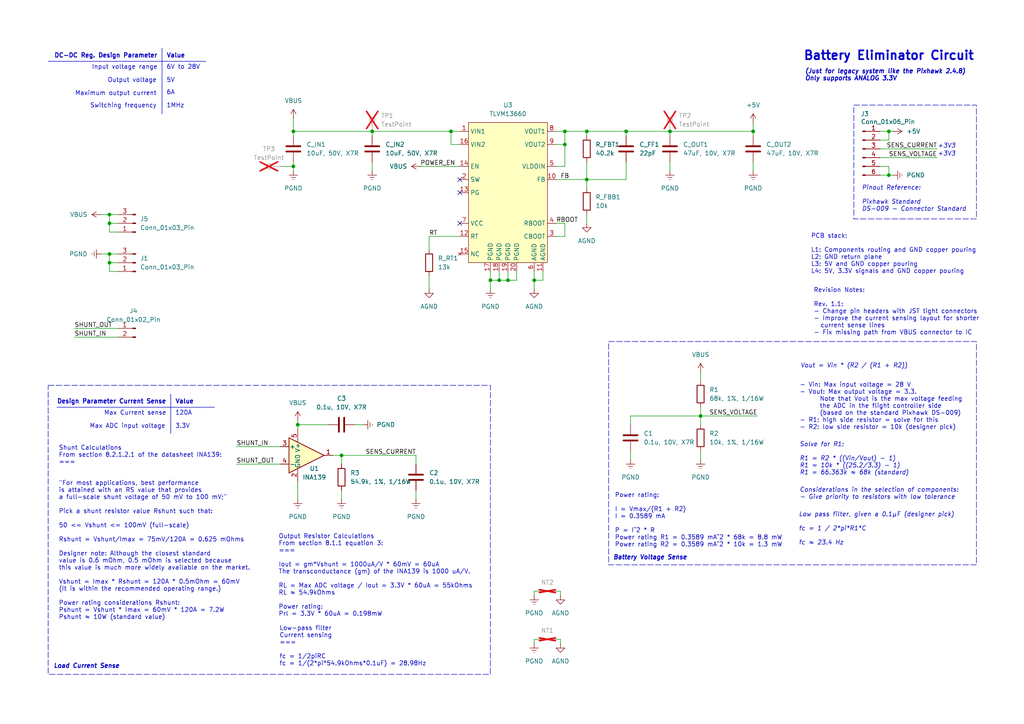
<source format=kicad_sch>
(kicad_sch
	(version 20250114)
	(generator "eeschema")
	(generator_version "9.0")
	(uuid "efb12308-5013-4ca6-a469-7d8d7a5c6e7f")
	(paper "A4")
	(title_block
		(title "Battery Eliminator Circuit (BEC)")
		(rev "1.1")
		(company "EOLab")
		(comment 1 "Author: Harley Lara")
		(comment 2 "Based on NanoCore 525: github.com/EOLab-HSRW/NanoCore-525")
		(comment 3 "Repo: https://github.com/EOLab-HSRW/drones/protoflyer")
	)
	(lib_symbols
		(symbol "Amplifier_Current:INA139"
			(pin_names
				(offset 0.127)
			)
			(exclude_from_sim no)
			(in_bom yes)
			(on_board yes)
			(property "Reference" "U"
				(at 3.81 5.08 0)
				(effects
					(font
						(size 1.27 1.27)
					)
					(justify left)
				)
			)
			(property "Value" "INA139"
				(at 3.81 2.54 0)
				(effects
					(font
						(size 1.27 1.27)
					)
					(justify left)
				)
			)
			(property "Footprint" "Package_TO_SOT_SMD:SOT-23-5"
				(at 0 0 0)
				(effects
					(font
						(size 1.27 1.27)
					)
					(hide yes)
				)
			)
			(property "Datasheet" "http://www.ti.com/lit/ds/symlink/ina169.pdf"
				(at 0 0.127 0)
				(effects
					(font
						(size 1.27 1.27)
					)
					(hide yes)
				)
			)
			(property "Description" "High-Side Measurement Current Shunt Monitor, 40V, SOT-23-5"
				(at 0 0 0)
				(effects
					(font
						(size 1.27 1.27)
					)
					(hide yes)
				)
			)
			(property "ki_keywords" "current sense shunt monitor"
				(at 0 0 0)
				(effects
					(font
						(size 1.27 1.27)
					)
					(hide yes)
				)
			)
			(property "ki_fp_filters" "SOT?23*"
				(at 0 0 0)
				(effects
					(font
						(size 1.27 1.27)
					)
					(hide yes)
				)
			)
			(symbol "INA139_0_1"
				(polyline
					(pts
						(xy -5.08 5.08) (xy 5.08 0) (xy -5.08 -5.08) (xy -5.08 5.08)
					)
					(stroke
						(width 0.254)
						(type default)
					)
					(fill
						(type background)
					)
				)
			)
			(symbol "INA139_1_1"
				(pin input line
					(at -7.62 2.54 0)
					(length 2.54)
					(name "+"
						(effects
							(font
								(size 1.27 1.27)
							)
						)
					)
					(number "3"
						(effects
							(font
								(size 1.27 1.27)
							)
						)
					)
				)
				(pin input line
					(at -7.62 -2.54 0)
					(length 2.54)
					(name "-"
						(effects
							(font
								(size 1.27 1.27)
							)
						)
					)
					(number "4"
						(effects
							(font
								(size 1.27 1.27)
							)
						)
					)
				)
				(pin power_in line
					(at -2.54 7.62 270)
					(length 3.81)
					(name "V+"
						(effects
							(font
								(size 1.27 1.27)
							)
						)
					)
					(number "5"
						(effects
							(font
								(size 1.27 1.27)
							)
						)
					)
				)
				(pin power_in line
					(at -2.54 -7.62 90)
					(length 3.81)
					(name "GND"
						(effects
							(font
								(size 1.27 1.27)
							)
						)
					)
					(number "2"
						(effects
							(font
								(size 1.27 1.27)
							)
						)
					)
				)
				(pin output line
					(at 7.62 0 180)
					(length 2.54)
					(name "~"
						(effects
							(font
								(size 1.27 1.27)
							)
						)
					)
					(number "1"
						(effects
							(font
								(size 1.27 1.27)
							)
						)
					)
				)
			)
			(embedded_fonts no)
		)
		(symbol "Connector:Conn_01x02_Pin"
			(pin_names
				(offset 1.016)
				(hide yes)
			)
			(exclude_from_sim no)
			(in_bom yes)
			(on_board yes)
			(property "Reference" "J"
				(at 0 2.54 0)
				(effects
					(font
						(size 1.27 1.27)
					)
				)
			)
			(property "Value" "Conn_01x02_Pin"
				(at 0 -5.08 0)
				(effects
					(font
						(size 1.27 1.27)
					)
				)
			)
			(property "Footprint" ""
				(at 0 0 0)
				(effects
					(font
						(size 1.27 1.27)
					)
					(hide yes)
				)
			)
			(property "Datasheet" "~"
				(at 0 0 0)
				(effects
					(font
						(size 1.27 1.27)
					)
					(hide yes)
				)
			)
			(property "Description" "Generic connector, single row, 01x02, script generated"
				(at 0 0 0)
				(effects
					(font
						(size 1.27 1.27)
					)
					(hide yes)
				)
			)
			(property "ki_locked" ""
				(at 0 0 0)
				(effects
					(font
						(size 1.27 1.27)
					)
				)
			)
			(property "ki_keywords" "connector"
				(at 0 0 0)
				(effects
					(font
						(size 1.27 1.27)
					)
					(hide yes)
				)
			)
			(property "ki_fp_filters" "Connector*:*_1x??_*"
				(at 0 0 0)
				(effects
					(font
						(size 1.27 1.27)
					)
					(hide yes)
				)
			)
			(symbol "Conn_01x02_Pin_1_1"
				(rectangle
					(start 0.8636 0.127)
					(end 0 -0.127)
					(stroke
						(width 0.1524)
						(type default)
					)
					(fill
						(type outline)
					)
				)
				(rectangle
					(start 0.8636 -2.413)
					(end 0 -2.667)
					(stroke
						(width 0.1524)
						(type default)
					)
					(fill
						(type outline)
					)
				)
				(polyline
					(pts
						(xy 1.27 0) (xy 0.8636 0)
					)
					(stroke
						(width 0.1524)
						(type default)
					)
					(fill
						(type none)
					)
				)
				(polyline
					(pts
						(xy 1.27 -2.54) (xy 0.8636 -2.54)
					)
					(stroke
						(width 0.1524)
						(type default)
					)
					(fill
						(type none)
					)
				)
				(pin passive line
					(at 5.08 0 180)
					(length 3.81)
					(name "Pin_1"
						(effects
							(font
								(size 1.27 1.27)
							)
						)
					)
					(number "1"
						(effects
							(font
								(size 1.27 1.27)
							)
						)
					)
				)
				(pin passive line
					(at 5.08 -2.54 180)
					(length 3.81)
					(name "Pin_2"
						(effects
							(font
								(size 1.27 1.27)
							)
						)
					)
					(number "2"
						(effects
							(font
								(size 1.27 1.27)
							)
						)
					)
				)
			)
			(embedded_fonts no)
		)
		(symbol "Connector:Conn_01x03_Pin"
			(pin_names
				(offset 1.016)
				(hide yes)
			)
			(exclude_from_sim no)
			(in_bom yes)
			(on_board yes)
			(property "Reference" "J"
				(at 0 5.08 0)
				(effects
					(font
						(size 1.27 1.27)
					)
				)
			)
			(property "Value" "Conn_01x03_Pin"
				(at 0 -5.08 0)
				(effects
					(font
						(size 1.27 1.27)
					)
				)
			)
			(property "Footprint" ""
				(at 0 0 0)
				(effects
					(font
						(size 1.27 1.27)
					)
					(hide yes)
				)
			)
			(property "Datasheet" "~"
				(at 0 0 0)
				(effects
					(font
						(size 1.27 1.27)
					)
					(hide yes)
				)
			)
			(property "Description" "Generic connector, single row, 01x03, script generated"
				(at 0 0 0)
				(effects
					(font
						(size 1.27 1.27)
					)
					(hide yes)
				)
			)
			(property "ki_locked" ""
				(at 0 0 0)
				(effects
					(font
						(size 1.27 1.27)
					)
				)
			)
			(property "ki_keywords" "connector"
				(at 0 0 0)
				(effects
					(font
						(size 1.27 1.27)
					)
					(hide yes)
				)
			)
			(property "ki_fp_filters" "Connector*:*_1x??_*"
				(at 0 0 0)
				(effects
					(font
						(size 1.27 1.27)
					)
					(hide yes)
				)
			)
			(symbol "Conn_01x03_Pin_1_1"
				(rectangle
					(start 0.8636 2.667)
					(end 0 2.413)
					(stroke
						(width 0.1524)
						(type default)
					)
					(fill
						(type outline)
					)
				)
				(rectangle
					(start 0.8636 0.127)
					(end 0 -0.127)
					(stroke
						(width 0.1524)
						(type default)
					)
					(fill
						(type outline)
					)
				)
				(rectangle
					(start 0.8636 -2.413)
					(end 0 -2.667)
					(stroke
						(width 0.1524)
						(type default)
					)
					(fill
						(type outline)
					)
				)
				(polyline
					(pts
						(xy 1.27 2.54) (xy 0.8636 2.54)
					)
					(stroke
						(width 0.1524)
						(type default)
					)
					(fill
						(type none)
					)
				)
				(polyline
					(pts
						(xy 1.27 0) (xy 0.8636 0)
					)
					(stroke
						(width 0.1524)
						(type default)
					)
					(fill
						(type none)
					)
				)
				(polyline
					(pts
						(xy 1.27 -2.54) (xy 0.8636 -2.54)
					)
					(stroke
						(width 0.1524)
						(type default)
					)
					(fill
						(type none)
					)
				)
				(pin passive line
					(at 5.08 2.54 180)
					(length 3.81)
					(name "Pin_1"
						(effects
							(font
								(size 1.27 1.27)
							)
						)
					)
					(number "1"
						(effects
							(font
								(size 1.27 1.27)
							)
						)
					)
				)
				(pin passive line
					(at 5.08 0 180)
					(length 3.81)
					(name "Pin_2"
						(effects
							(font
								(size 1.27 1.27)
							)
						)
					)
					(number "2"
						(effects
							(font
								(size 1.27 1.27)
							)
						)
					)
				)
				(pin passive line
					(at 5.08 -2.54 180)
					(length 3.81)
					(name "Pin_3"
						(effects
							(font
								(size 1.27 1.27)
							)
						)
					)
					(number "3"
						(effects
							(font
								(size 1.27 1.27)
							)
						)
					)
				)
			)
			(embedded_fonts no)
		)
		(symbol "Connector:Conn_01x06_Pin"
			(pin_names
				(offset 1.016)
				(hide yes)
			)
			(exclude_from_sim no)
			(in_bom yes)
			(on_board yes)
			(property "Reference" "J"
				(at 0 7.62 0)
				(effects
					(font
						(size 1.27 1.27)
					)
				)
			)
			(property "Value" "Conn_01x06_Pin"
				(at 0 -10.16 0)
				(effects
					(font
						(size 1.27 1.27)
					)
				)
			)
			(property "Footprint" ""
				(at 0 0 0)
				(effects
					(font
						(size 1.27 1.27)
					)
					(hide yes)
				)
			)
			(property "Datasheet" "~"
				(at 0 0 0)
				(effects
					(font
						(size 1.27 1.27)
					)
					(hide yes)
				)
			)
			(property "Description" "Generic connector, single row, 01x06, script generated"
				(at 0 0 0)
				(effects
					(font
						(size 1.27 1.27)
					)
					(hide yes)
				)
			)
			(property "ki_locked" ""
				(at 0 0 0)
				(effects
					(font
						(size 1.27 1.27)
					)
				)
			)
			(property "ki_keywords" "connector"
				(at 0 0 0)
				(effects
					(font
						(size 1.27 1.27)
					)
					(hide yes)
				)
			)
			(property "ki_fp_filters" "Connector*:*_1x??_*"
				(at 0 0 0)
				(effects
					(font
						(size 1.27 1.27)
					)
					(hide yes)
				)
			)
			(symbol "Conn_01x06_Pin_1_1"
				(rectangle
					(start 0.8636 5.207)
					(end 0 4.953)
					(stroke
						(width 0.1524)
						(type default)
					)
					(fill
						(type outline)
					)
				)
				(rectangle
					(start 0.8636 2.667)
					(end 0 2.413)
					(stroke
						(width 0.1524)
						(type default)
					)
					(fill
						(type outline)
					)
				)
				(rectangle
					(start 0.8636 0.127)
					(end 0 -0.127)
					(stroke
						(width 0.1524)
						(type default)
					)
					(fill
						(type outline)
					)
				)
				(rectangle
					(start 0.8636 -2.413)
					(end 0 -2.667)
					(stroke
						(width 0.1524)
						(type default)
					)
					(fill
						(type outline)
					)
				)
				(rectangle
					(start 0.8636 -4.953)
					(end 0 -5.207)
					(stroke
						(width 0.1524)
						(type default)
					)
					(fill
						(type outline)
					)
				)
				(rectangle
					(start 0.8636 -7.493)
					(end 0 -7.747)
					(stroke
						(width 0.1524)
						(type default)
					)
					(fill
						(type outline)
					)
				)
				(polyline
					(pts
						(xy 1.27 5.08) (xy 0.8636 5.08)
					)
					(stroke
						(width 0.1524)
						(type default)
					)
					(fill
						(type none)
					)
				)
				(polyline
					(pts
						(xy 1.27 2.54) (xy 0.8636 2.54)
					)
					(stroke
						(width 0.1524)
						(type default)
					)
					(fill
						(type none)
					)
				)
				(polyline
					(pts
						(xy 1.27 0) (xy 0.8636 0)
					)
					(stroke
						(width 0.1524)
						(type default)
					)
					(fill
						(type none)
					)
				)
				(polyline
					(pts
						(xy 1.27 -2.54) (xy 0.8636 -2.54)
					)
					(stroke
						(width 0.1524)
						(type default)
					)
					(fill
						(type none)
					)
				)
				(polyline
					(pts
						(xy 1.27 -5.08) (xy 0.8636 -5.08)
					)
					(stroke
						(width 0.1524)
						(type default)
					)
					(fill
						(type none)
					)
				)
				(polyline
					(pts
						(xy 1.27 -7.62) (xy 0.8636 -7.62)
					)
					(stroke
						(width 0.1524)
						(type default)
					)
					(fill
						(type none)
					)
				)
				(pin passive line
					(at 5.08 5.08 180)
					(length 3.81)
					(name "Pin_1"
						(effects
							(font
								(size 1.27 1.27)
							)
						)
					)
					(number "1"
						(effects
							(font
								(size 1.27 1.27)
							)
						)
					)
				)
				(pin passive line
					(at 5.08 2.54 180)
					(length 3.81)
					(name "Pin_2"
						(effects
							(font
								(size 1.27 1.27)
							)
						)
					)
					(number "2"
						(effects
							(font
								(size 1.27 1.27)
							)
						)
					)
				)
				(pin passive line
					(at 5.08 0 180)
					(length 3.81)
					(name "Pin_3"
						(effects
							(font
								(size 1.27 1.27)
							)
						)
					)
					(number "3"
						(effects
							(font
								(size 1.27 1.27)
							)
						)
					)
				)
				(pin passive line
					(at 5.08 -2.54 180)
					(length 3.81)
					(name "Pin_4"
						(effects
							(font
								(size 1.27 1.27)
							)
						)
					)
					(number "4"
						(effects
							(font
								(size 1.27 1.27)
							)
						)
					)
				)
				(pin passive line
					(at 5.08 -5.08 180)
					(length 3.81)
					(name "Pin_5"
						(effects
							(font
								(size 1.27 1.27)
							)
						)
					)
					(number "5"
						(effects
							(font
								(size 1.27 1.27)
							)
						)
					)
				)
				(pin passive line
					(at 5.08 -7.62 180)
					(length 3.81)
					(name "Pin_6"
						(effects
							(font
								(size 1.27 1.27)
							)
						)
					)
					(number "6"
						(effects
							(font
								(size 1.27 1.27)
							)
						)
					)
				)
			)
			(embedded_fonts no)
		)
		(symbol "Connector:TestPoint"
			(pin_numbers
				(hide yes)
			)
			(pin_names
				(offset 0.762)
				(hide yes)
			)
			(exclude_from_sim no)
			(in_bom yes)
			(on_board yes)
			(property "Reference" "TP"
				(at 0 6.858 0)
				(effects
					(font
						(size 1.27 1.27)
					)
				)
			)
			(property "Value" "TestPoint"
				(at 0 5.08 0)
				(effects
					(font
						(size 1.27 1.27)
					)
				)
			)
			(property "Footprint" ""
				(at 5.08 0 0)
				(effects
					(font
						(size 1.27 1.27)
					)
					(hide yes)
				)
			)
			(property "Datasheet" "~"
				(at 5.08 0 0)
				(effects
					(font
						(size 1.27 1.27)
					)
					(hide yes)
				)
			)
			(property "Description" "test point"
				(at 0 0 0)
				(effects
					(font
						(size 1.27 1.27)
					)
					(hide yes)
				)
			)
			(property "ki_keywords" "test point tp"
				(at 0 0 0)
				(effects
					(font
						(size 1.27 1.27)
					)
					(hide yes)
				)
			)
			(property "ki_fp_filters" "Pin* Test*"
				(at 0 0 0)
				(effects
					(font
						(size 1.27 1.27)
					)
					(hide yes)
				)
			)
			(symbol "TestPoint_0_1"
				(circle
					(center 0 3.302)
					(radius 0.762)
					(stroke
						(width 0)
						(type default)
					)
					(fill
						(type none)
					)
				)
			)
			(symbol "TestPoint_1_1"
				(pin passive line
					(at 0 0 90)
					(length 2.54)
					(name "1"
						(effects
							(font
								(size 1.27 1.27)
							)
						)
					)
					(number "1"
						(effects
							(font
								(size 1.27 1.27)
							)
						)
					)
				)
			)
			(embedded_fonts no)
		)
		(symbol "Device:C"
			(pin_numbers
				(hide yes)
			)
			(pin_names
				(offset 0.254)
			)
			(exclude_from_sim no)
			(in_bom yes)
			(on_board yes)
			(property "Reference" "C"
				(at 0.635 2.54 0)
				(effects
					(font
						(size 1.27 1.27)
					)
					(justify left)
				)
			)
			(property "Value" "C"
				(at 0.635 -2.54 0)
				(effects
					(font
						(size 1.27 1.27)
					)
					(justify left)
				)
			)
			(property "Footprint" ""
				(at 0.9652 -3.81 0)
				(effects
					(font
						(size 1.27 1.27)
					)
					(hide yes)
				)
			)
			(property "Datasheet" "~"
				(at 0 0 0)
				(effects
					(font
						(size 1.27 1.27)
					)
					(hide yes)
				)
			)
			(property "Description" "Unpolarized capacitor"
				(at 0 0 0)
				(effects
					(font
						(size 1.27 1.27)
					)
					(hide yes)
				)
			)
			(property "ki_keywords" "cap capacitor"
				(at 0 0 0)
				(effects
					(font
						(size 1.27 1.27)
					)
					(hide yes)
				)
			)
			(property "ki_fp_filters" "C_*"
				(at 0 0 0)
				(effects
					(font
						(size 1.27 1.27)
					)
					(hide yes)
				)
			)
			(symbol "C_0_1"
				(polyline
					(pts
						(xy -2.032 0.762) (xy 2.032 0.762)
					)
					(stroke
						(width 0.508)
						(type default)
					)
					(fill
						(type none)
					)
				)
				(polyline
					(pts
						(xy -2.032 -0.762) (xy 2.032 -0.762)
					)
					(stroke
						(width 0.508)
						(type default)
					)
					(fill
						(type none)
					)
				)
			)
			(symbol "C_1_1"
				(pin passive line
					(at 0 3.81 270)
					(length 2.794)
					(name "~"
						(effects
							(font
								(size 1.27 1.27)
							)
						)
					)
					(number "1"
						(effects
							(font
								(size 1.27 1.27)
							)
						)
					)
				)
				(pin passive line
					(at 0 -3.81 90)
					(length 2.794)
					(name "~"
						(effects
							(font
								(size 1.27 1.27)
							)
						)
					)
					(number "2"
						(effects
							(font
								(size 1.27 1.27)
							)
						)
					)
				)
			)
			(embedded_fonts no)
		)
		(symbol "Device:NetTie_2"
			(pin_numbers
				(hide yes)
			)
			(pin_names
				(offset 0)
				(hide yes)
			)
			(exclude_from_sim no)
			(in_bom no)
			(on_board yes)
			(property "Reference" "NT"
				(at 0 1.27 0)
				(effects
					(font
						(size 1.27 1.27)
					)
				)
			)
			(property "Value" "NetTie_2"
				(at 0 -1.27 0)
				(effects
					(font
						(size 1.27 1.27)
					)
				)
			)
			(property "Footprint" ""
				(at 0 0 0)
				(effects
					(font
						(size 1.27 1.27)
					)
					(hide yes)
				)
			)
			(property "Datasheet" "~"
				(at 0 0 0)
				(effects
					(font
						(size 1.27 1.27)
					)
					(hide yes)
				)
			)
			(property "Description" "Net tie, 2 pins"
				(at 0 0 0)
				(effects
					(font
						(size 1.27 1.27)
					)
					(hide yes)
				)
			)
			(property "ki_keywords" "net tie short"
				(at 0 0 0)
				(effects
					(font
						(size 1.27 1.27)
					)
					(hide yes)
				)
			)
			(property "ki_fp_filters" "Net*Tie*"
				(at 0 0 0)
				(effects
					(font
						(size 1.27 1.27)
					)
					(hide yes)
				)
			)
			(symbol "NetTie_2_0_1"
				(polyline
					(pts
						(xy -1.27 0) (xy 1.27 0)
					)
					(stroke
						(width 0.254)
						(type default)
					)
					(fill
						(type none)
					)
				)
			)
			(symbol "NetTie_2_1_1"
				(pin passive line
					(at -2.54 0 0)
					(length 2.54)
					(name "1"
						(effects
							(font
								(size 1.27 1.27)
							)
						)
					)
					(number "1"
						(effects
							(font
								(size 1.27 1.27)
							)
						)
					)
				)
				(pin passive line
					(at 2.54 0 180)
					(length 2.54)
					(name "2"
						(effects
							(font
								(size 1.27 1.27)
							)
						)
					)
					(number "2"
						(effects
							(font
								(size 1.27 1.27)
							)
						)
					)
				)
			)
			(embedded_fonts no)
		)
		(symbol "Device:R"
			(pin_numbers
				(hide yes)
			)
			(pin_names
				(offset 0)
			)
			(exclude_from_sim no)
			(in_bom yes)
			(on_board yes)
			(property "Reference" "R"
				(at 2.032 0 90)
				(effects
					(font
						(size 1.27 1.27)
					)
				)
			)
			(property "Value" "R"
				(at 0 0 90)
				(effects
					(font
						(size 1.27 1.27)
					)
				)
			)
			(property "Footprint" ""
				(at -1.778 0 90)
				(effects
					(font
						(size 1.27 1.27)
					)
					(hide yes)
				)
			)
			(property "Datasheet" "~"
				(at 0 0 0)
				(effects
					(font
						(size 1.27 1.27)
					)
					(hide yes)
				)
			)
			(property "Description" "Resistor"
				(at 0 0 0)
				(effects
					(font
						(size 1.27 1.27)
					)
					(hide yes)
				)
			)
			(property "ki_keywords" "R res resistor"
				(at 0 0 0)
				(effects
					(font
						(size 1.27 1.27)
					)
					(hide yes)
				)
			)
			(property "ki_fp_filters" "R_*"
				(at 0 0 0)
				(effects
					(font
						(size 1.27 1.27)
					)
					(hide yes)
				)
			)
			(symbol "R_0_1"
				(rectangle
					(start -1.016 -2.54)
					(end 1.016 2.54)
					(stroke
						(width 0.254)
						(type default)
					)
					(fill
						(type none)
					)
				)
			)
			(symbol "R_1_1"
				(pin passive line
					(at 0 3.81 270)
					(length 1.27)
					(name "~"
						(effects
							(font
								(size 1.27 1.27)
							)
						)
					)
					(number "1"
						(effects
							(font
								(size 1.27 1.27)
							)
						)
					)
				)
				(pin passive line
					(at 0 -3.81 90)
					(length 1.27)
					(name "~"
						(effects
							(font
								(size 1.27 1.27)
							)
						)
					)
					(number "2"
						(effects
							(font
								(size 1.27 1.27)
							)
						)
					)
				)
			)
			(embedded_fonts no)
		)
		(symbol "TLVM_sym:TLVM13660RDLR"
			(exclude_from_sim no)
			(in_bom yes)
			(on_board yes)
			(property "Reference" "U"
				(at 0 0 0)
				(effects
					(font
						(size 1.27 1.27)
					)
				)
			)
			(property "Value" ""
				(at 0 0 0)
				(effects
					(font
						(size 1.27 1.27)
					)
				)
			)
			(property "Footprint" "Package_DFN_QFN:Texas_B3QFN-14-1EP_5x5.5mm_P0.65mm_ThermalVia"
				(at 0 0 0)
				(effects
					(font
						(size 1.27 1.27)
					)
					(hide yes)
				)
			)
			(property "Datasheet" "https://www.ti.com/lit/ds/symlink/tlvm13660.pdf?ts=1731761385313"
				(at 0 0 0)
				(effects
					(font
						(size 1.27 1.27)
					)
					(hide yes)
				)
			)
			(property "Description" "High-Density, 3-V to 36-V Input, 1-V to 6-V Output, 6-A Synchronous Buck DC/DC Power Module"
				(at 0 0 0)
				(effects
					(font
						(size 1.27 1.27)
					)
					(hide yes)
				)
			)
			(symbol "TLVM13660RDLR_0_0"
				(pin power_in line
					(at -13.97 17.78 0)
					(length 2.54)
					(name "VIN1"
						(effects
							(font
								(size 1.27 1.27)
							)
						)
					)
					(number "1"
						(effects
							(font
								(size 1.27 1.27)
							)
						)
					)
				)
				(pin power_in line
					(at -13.97 13.97 0)
					(length 2.54)
					(name "VIN2"
						(effects
							(font
								(size 1.27 1.27)
							)
						)
					)
					(number "16"
						(effects
							(font
								(size 1.27 1.27)
							)
						)
					)
				)
				(pin input line
					(at -13.97 7.62 0)
					(length 2.54)
					(name "EN"
						(effects
							(font
								(size 1.27 1.27)
							)
						)
					)
					(number "14"
						(effects
							(font
								(size 1.27 1.27)
							)
						)
					)
				)
				(pin power_out line
					(at -13.97 3.81 0)
					(length 2.54)
					(name "SW"
						(effects
							(font
								(size 1.27 1.27)
							)
						)
					)
					(number "2"
						(effects
							(font
								(size 1.27 1.27)
							)
						)
					)
				)
				(pin output line
					(at -13.97 0 0)
					(length 2.54)
					(name "PG"
						(effects
							(font
								(size 1.27 1.27)
							)
						)
					)
					(number "13"
						(effects
							(font
								(size 1.27 1.27)
							)
						)
					)
				)
				(pin input line
					(at -13.97 -8.89 0)
					(length 2.54)
					(name "VCC"
						(effects
							(font
								(size 1.27 1.27)
							)
						)
					)
					(number "7"
						(effects
							(font
								(size 1.27 1.27)
							)
						)
					)
				)
				(pin input line
					(at -13.97 -12.7 0)
					(length 2.54)
					(name "RT"
						(effects
							(font
								(size 1.27 1.27)
							)
						)
					)
					(number "12"
						(effects
							(font
								(size 1.27 1.27)
							)
						)
					)
				)
				(pin no_connect line
					(at -13.97 -17.78 0)
					(length 2.54)
					(name "NC"
						(effects
							(font
								(size 1.27 1.27)
							)
						)
					)
					(number "15"
						(effects
							(font
								(size 1.27 1.27)
							)
						)
					)
				)
				(pin input line
					(at 7.62 -22.86 90)
					(length 2.54)
					(name "AGND"
						(effects
							(font
								(size 1.27 1.27)
							)
						)
					)
					(number "6"
						(effects
							(font
								(size 1.27 1.27)
							)
						)
					)
				)
				(pin input line
					(at 10.16 -22.86 90)
					(length 2.54)
					(name "AGND"
						(effects
							(font
								(size 1.27 1.27)
							)
						)
					)
					(number "11"
						(effects
							(font
								(size 1.27 1.27)
							)
						)
					)
				)
				(pin power_out line
					(at 13.97 17.78 180)
					(length 2.54)
					(name "VOUT1"
						(effects
							(font
								(size 1.27 1.27)
							)
						)
					)
					(number "8"
						(effects
							(font
								(size 1.27 1.27)
							)
						)
					)
				)
				(pin power_out line
					(at 13.97 13.97 180)
					(length 2.54)
					(name "VOUT2"
						(effects
							(font
								(size 1.27 1.27)
							)
						)
					)
					(number "9"
						(effects
							(font
								(size 1.27 1.27)
							)
						)
					)
				)
				(pin input line
					(at 13.97 7.62 180)
					(length 2.54)
					(name "VLDOIN"
						(effects
							(font
								(size 1.27 1.27)
							)
						)
					)
					(number "5"
						(effects
							(font
								(size 1.27 1.27)
							)
						)
					)
				)
				(pin input line
					(at 13.97 3.81 180)
					(length 2.54)
					(name "FB"
						(effects
							(font
								(size 1.27 1.27)
							)
						)
					)
					(number "10"
						(effects
							(font
								(size 1.27 1.27)
							)
						)
					)
				)
				(pin input line
					(at 13.97 -8.89 180)
					(length 2.54)
					(name "RBOOT"
						(effects
							(font
								(size 1.27 1.27)
							)
						)
					)
					(number "4"
						(effects
							(font
								(size 1.27 1.27)
							)
						)
					)
				)
				(pin input line
					(at 13.97 -12.7 180)
					(length 2.54)
					(name "CBOOT"
						(effects
							(font
								(size 1.27 1.27)
							)
						)
					)
					(number "3"
						(effects
							(font
								(size 1.27 1.27)
							)
						)
					)
				)
			)
			(symbol "TLVM13660RDLR_1_0"
				(pin input line
					(at -5.08 -22.86 90)
					(length 2.54)
					(name "PGND"
						(effects
							(font
								(size 1.27 1.27)
							)
						)
					)
					(number "17"
						(effects
							(font
								(size 1.27 1.27)
							)
						)
					)
				)
				(pin input line
					(at -2.54 -22.86 90)
					(length 2.54)
					(name "PGND"
						(effects
							(font
								(size 1.27 1.27)
							)
						)
					)
					(number "18"
						(effects
							(font
								(size 1.27 1.27)
							)
						)
					)
				)
				(pin input line
					(at 0 -22.86 90)
					(length 2.54)
					(name "PGND"
						(effects
							(font
								(size 1.27 1.27)
							)
						)
					)
					(number "19"
						(effects
							(font
								(size 1.27 1.27)
							)
						)
					)
				)
				(pin input line
					(at 2.54 -22.86 90)
					(length 2.54)
					(name "PGND"
						(effects
							(font
								(size 1.27 1.27)
							)
						)
					)
					(number "20"
						(effects
							(font
								(size 1.27 1.27)
							)
						)
					)
				)
			)
			(symbol "TLVM13660RDLR_1_1"
				(rectangle
					(start -11.43 20.32)
					(end 11.43 -20.32)
					(stroke
						(width 0)
						(type default)
					)
					(fill
						(type background)
					)
				)
			)
			(embedded_fonts no)
		)
		(symbol "power:+5V"
			(power)
			(pin_numbers
				(hide yes)
			)
			(pin_names
				(offset 0)
				(hide yes)
			)
			(exclude_from_sim no)
			(in_bom yes)
			(on_board yes)
			(property "Reference" "#PWR"
				(at 0 -3.81 0)
				(effects
					(font
						(size 1.27 1.27)
					)
					(hide yes)
				)
			)
			(property "Value" "+5V"
				(at 0 3.556 0)
				(effects
					(font
						(size 1.27 1.27)
					)
				)
			)
			(property "Footprint" ""
				(at 0 0 0)
				(effects
					(font
						(size 1.27 1.27)
					)
					(hide yes)
				)
			)
			(property "Datasheet" ""
				(at 0 0 0)
				(effects
					(font
						(size 1.27 1.27)
					)
					(hide yes)
				)
			)
			(property "Description" "Power symbol creates a global label with name \"+5V\""
				(at 0 0 0)
				(effects
					(font
						(size 1.27 1.27)
					)
					(hide yes)
				)
			)
			(property "ki_keywords" "global power"
				(at 0 0 0)
				(effects
					(font
						(size 1.27 1.27)
					)
					(hide yes)
				)
			)
			(symbol "+5V_0_1"
				(polyline
					(pts
						(xy -0.762 1.27) (xy 0 2.54)
					)
					(stroke
						(width 0)
						(type default)
					)
					(fill
						(type none)
					)
				)
				(polyline
					(pts
						(xy 0 2.54) (xy 0.762 1.27)
					)
					(stroke
						(width 0)
						(type default)
					)
					(fill
						(type none)
					)
				)
				(polyline
					(pts
						(xy 0 0) (xy 0 2.54)
					)
					(stroke
						(width 0)
						(type default)
					)
					(fill
						(type none)
					)
				)
			)
			(symbol "+5V_1_1"
				(pin power_in line
					(at 0 0 90)
					(length 0)
					(name "~"
						(effects
							(font
								(size 1.27 1.27)
							)
						)
					)
					(number "1"
						(effects
							(font
								(size 1.27 1.27)
							)
						)
					)
				)
			)
			(embedded_fonts no)
		)
		(symbol "power:GNDA"
			(power)
			(pin_numbers
				(hide yes)
			)
			(pin_names
				(offset 0)
				(hide yes)
			)
			(exclude_from_sim no)
			(in_bom yes)
			(on_board yes)
			(property "Reference" "#PWR"
				(at 0 -6.35 0)
				(effects
					(font
						(size 1.27 1.27)
					)
					(hide yes)
				)
			)
			(property "Value" "GNDA"
				(at 0 -3.81 0)
				(effects
					(font
						(size 1.27 1.27)
					)
				)
			)
			(property "Footprint" ""
				(at 0 0 0)
				(effects
					(font
						(size 1.27 1.27)
					)
					(hide yes)
				)
			)
			(property "Datasheet" ""
				(at 0 0 0)
				(effects
					(font
						(size 1.27 1.27)
					)
					(hide yes)
				)
			)
			(property "Description" "Power symbol creates a global label with name \"GNDA\" , analog ground"
				(at 0 0 0)
				(effects
					(font
						(size 1.27 1.27)
					)
					(hide yes)
				)
			)
			(property "ki_keywords" "global power"
				(at 0 0 0)
				(effects
					(font
						(size 1.27 1.27)
					)
					(hide yes)
				)
			)
			(symbol "GNDA_0_1"
				(polyline
					(pts
						(xy 0 0) (xy 0 -1.27) (xy 1.27 -1.27) (xy 0 -2.54) (xy -1.27 -1.27) (xy 0 -1.27)
					)
					(stroke
						(width 0)
						(type default)
					)
					(fill
						(type none)
					)
				)
			)
			(symbol "GNDA_1_1"
				(pin power_in line
					(at 0 0 270)
					(length 0)
					(name "~"
						(effects
							(font
								(size 1.27 1.27)
							)
						)
					)
					(number "1"
						(effects
							(font
								(size 1.27 1.27)
							)
						)
					)
				)
			)
			(embedded_fonts no)
		)
		(symbol "power:GNDREF"
			(power)
			(pin_numbers
				(hide yes)
			)
			(pin_names
				(offset 0)
				(hide yes)
			)
			(exclude_from_sim no)
			(in_bom yes)
			(on_board yes)
			(property "Reference" "#PWR"
				(at 0 -6.35 0)
				(effects
					(font
						(size 1.27 1.27)
					)
					(hide yes)
				)
			)
			(property "Value" "GNDREF"
				(at 0 -3.81 0)
				(effects
					(font
						(size 1.27 1.27)
					)
				)
			)
			(property "Footprint" ""
				(at 0 0 0)
				(effects
					(font
						(size 1.27 1.27)
					)
					(hide yes)
				)
			)
			(property "Datasheet" ""
				(at 0 0 0)
				(effects
					(font
						(size 1.27 1.27)
					)
					(hide yes)
				)
			)
			(property "Description" "Power symbol creates a global label with name \"GNDREF\" , reference supply ground"
				(at 0 0 0)
				(effects
					(font
						(size 1.27 1.27)
					)
					(hide yes)
				)
			)
			(property "ki_keywords" "global power"
				(at 0 0 0)
				(effects
					(font
						(size 1.27 1.27)
					)
					(hide yes)
				)
			)
			(symbol "GNDREF_0_1"
				(polyline
					(pts
						(xy -0.635 -1.905) (xy 0.635 -1.905)
					)
					(stroke
						(width 0)
						(type default)
					)
					(fill
						(type none)
					)
				)
				(polyline
					(pts
						(xy -0.127 -2.54) (xy 0.127 -2.54)
					)
					(stroke
						(width 0)
						(type default)
					)
					(fill
						(type none)
					)
				)
				(polyline
					(pts
						(xy 0 -1.27) (xy 0 0)
					)
					(stroke
						(width 0)
						(type default)
					)
					(fill
						(type none)
					)
				)
				(polyline
					(pts
						(xy 1.27 -1.27) (xy -1.27 -1.27)
					)
					(stroke
						(width 0)
						(type default)
					)
					(fill
						(type none)
					)
				)
			)
			(symbol "GNDREF_1_1"
				(pin power_in line
					(at 0 0 270)
					(length 0)
					(name "~"
						(effects
							(font
								(size 1.27 1.27)
							)
						)
					)
					(number "1"
						(effects
							(font
								(size 1.27 1.27)
							)
						)
					)
				)
			)
			(embedded_fonts no)
		)
		(symbol "power:VBUS"
			(power)
			(pin_numbers
				(hide yes)
			)
			(pin_names
				(offset 0)
				(hide yes)
			)
			(exclude_from_sim no)
			(in_bom yes)
			(on_board yes)
			(property "Reference" "#PWR"
				(at 0 -3.81 0)
				(effects
					(font
						(size 1.27 1.27)
					)
					(hide yes)
				)
			)
			(property "Value" "VBUS"
				(at 0 3.556 0)
				(effects
					(font
						(size 1.27 1.27)
					)
				)
			)
			(property "Footprint" ""
				(at 0 0 0)
				(effects
					(font
						(size 1.27 1.27)
					)
					(hide yes)
				)
			)
			(property "Datasheet" ""
				(at 0 0 0)
				(effects
					(font
						(size 1.27 1.27)
					)
					(hide yes)
				)
			)
			(property "Description" "Power symbol creates a global label with name \"VBUS\""
				(at 0 0 0)
				(effects
					(font
						(size 1.27 1.27)
					)
					(hide yes)
				)
			)
			(property "ki_keywords" "global power"
				(at 0 0 0)
				(effects
					(font
						(size 1.27 1.27)
					)
					(hide yes)
				)
			)
			(symbol "VBUS_0_1"
				(polyline
					(pts
						(xy -0.762 1.27) (xy 0 2.54)
					)
					(stroke
						(width 0)
						(type default)
					)
					(fill
						(type none)
					)
				)
				(polyline
					(pts
						(xy 0 2.54) (xy 0.762 1.27)
					)
					(stroke
						(width 0)
						(type default)
					)
					(fill
						(type none)
					)
				)
				(polyline
					(pts
						(xy 0 0) (xy 0 2.54)
					)
					(stroke
						(width 0)
						(type default)
					)
					(fill
						(type none)
					)
				)
			)
			(symbol "VBUS_1_1"
				(pin power_in line
					(at 0 0 90)
					(length 0)
					(name "~"
						(effects
							(font
								(size 1.27 1.27)
							)
						)
					)
					(number "1"
						(effects
							(font
								(size 1.27 1.27)
							)
						)
					)
				)
			)
			(embedded_fonts no)
		)
	)
	(rectangle
		(start 176.53 99.06)
		(end 283.21 163.83)
		(stroke
			(width 0)
			(type dash)
		)
		(fill
			(type none)
		)
		(uuid 3ac67e4c-028a-4324-9f42-7e93f43aaac8)
	)
	(rectangle
		(start 247.65 30.48)
		(end 283.21 63.5)
		(stroke
			(width 0)
			(type dash)
		)
		(fill
			(type none)
		)
		(uuid 5588df68-dd88-4091-9cb1-27eaf2e86bfc)
	)
	(rectangle
		(start 13.97 111.76)
		(end 142.24 195.58)
		(stroke
			(width 0)
			(type dash)
		)
		(fill
			(type none)
		)
		(uuid c25c4134-88ab-4e26-931e-3f28338dd04e)
	)
	(text "Revision Notes:\n\nRev. 1.1:\n- Change pin headers with JST tight connectors\n- Improve the current sensing layout for shorter\n  current sense lines\n- Fix missing path from VBUS connector to IC"
		(exclude_from_sim no)
		(at 235.966 90.424 0)
		(effects
			(font
				(size 1.27 1.27)
			)
			(justify left)
		)
		(uuid "00d297bd-1a2e-49c2-8866-df85e164490e")
	)
	(text "DC-DC Reg. Design Parameter"
		(exclude_from_sim no)
		(at 45.72 15.494 0)
		(effects
			(font
				(size 1.27 1.27)
				(thickness 0.254)
				(bold yes)
			)
			(justify right top)
		)
		(uuid "015ac787-75ac-44ea-8d65-3f0cc039868e")
	)
	(text "Load Current Sense"
		(exclude_from_sim no)
		(at 15.494 193.294 0)
		(effects
			(font
				(size 1.27 1.27)
				(thickness 0.254)
				(bold yes)
				(italic yes)
			)
			(justify left)
		)
		(uuid "094e7726-bb10-4e9a-884d-1f5e8a483841")
	)
	(text "+3V3"
		(exclude_from_sim no)
		(at 274.574 44.704 0)
		(effects
			(font
				(size 1.27 1.27)
				(italic yes)
			)
		)
		(uuid "17a2607b-ae51-418b-81b2-f20e0c443764")
	)
	(text "Solve for R1:\n\nR1 = R2 * ((Vin/Vout) - 1)\nR1 = 10k * ((25.2/3.3) - 1)\nR1 = 66.363k ≈ 68k (standard)"
		(exclude_from_sim no)
		(at 231.902 128.27 0)
		(effects
			(font
				(size 1.27 1.27)
				(italic yes)
			)
			(justify left top)
		)
		(uuid "2171eecd-8399-4ed6-a32e-66ebc7e6beda")
	)
	(text "Value"
		(exclude_from_sim no)
		(at 48.26 15.494 0)
		(effects
			(font
				(size 1.27 1.27)
				(thickness 0.254)
				(bold yes)
			)
			(justify left top)
		)
		(uuid "2520b929-53bf-45ef-b53e-1d958e7bd8d3")
	)
	(text "Pinout Reference:\n\nPixhawk Standard\nDS-009 - Connector Standard"
		(exclude_from_sim no)
		(at 249.936 57.658 0)
		(effects
			(font
				(size 1.27 1.27)
				(italic yes)
			)
			(justify left)
		)
		(uuid "266cab9f-1bb9-4401-a32a-79fc883bda2d")
	)
	(text "+3V3"
		(exclude_from_sim no)
		(at 274.574 42.418 0)
		(effects
			(font
				(size 1.27 1.27)
				(italic yes)
			)
		)
		(uuid "29495bfc-2a64-4090-9f7d-0197d66bab4e")
	)
	(text "Maximum output current"
		(exclude_from_sim no)
		(at 45.466 26.416 0)
		(effects
			(font
				(size 1.27 1.27)
			)
			(justify right top)
		)
		(uuid "2cd78e21-9985-44f0-9360-fc9081e3aa8a")
	)
	(text "Switching frequency"
		(exclude_from_sim no)
		(at 45.466 29.972 0)
		(effects
			(font
				(size 1.27 1.27)
			)
			(justify right top)
		)
		(uuid "5273024e-d23a-405b-b496-17f53ef519bb")
	)
	(text "Battery Voltage Sense"
		(exclude_from_sim no)
		(at 177.8 161.798 0)
		(effects
			(font
				(size 1.27 1.27)
				(thickness 0.254)
				(bold yes)
				(italic yes)
			)
			(justify left)
		)
		(uuid "5a349239-108c-40e9-8872-ce132186c662")
	)
	(text "5V"
		(exclude_from_sim no)
		(at 48.26 22.606 0)
		(effects
			(font
				(size 1.27 1.27)
			)
			(justify left top)
		)
		(uuid "5f2c3904-9686-4150-8a7c-d56d8eccf268")
	)
	(text "PCB stack:\n\nL1: Components routing and GND copper pouring\nL2: GND return plane\nL3: 5V and GND copper pouring\nL4: 5V, 3.3V signals and GND copper pouring"
		(exclude_from_sim no)
		(at 235.204 73.66 0)
		(effects
			(font
				(size 1.27 1.27)
			)
			(justify left)
		)
		(uuid "726c8605-710e-4cf4-8aa5-e813da7c8c0b")
	)
	(text "Max Current sense"
		(exclude_from_sim no)
		(at 48.26 119.126 0)
		(effects
			(font
				(size 1.27 1.27)
			)
			(justify right top)
		)
		(uuid "737e109a-6a31-4649-9ae3-65ac4a7f8f21")
	)
	(text "6A"
		(exclude_from_sim no)
		(at 48.26 26.162 0)
		(effects
			(font
				(size 1.27 1.27)
			)
			(justify left top)
		)
		(uuid "7390c0a4-01fd-4d79-8c8b-347164c8adf4")
	)
	(text "Vout = Vin * (R2 / (R1 + R2))"
		(exclude_from_sim no)
		(at 232.156 105.41 0)
		(effects
			(font
				(size 1.27 1.27)
				(italic yes)
			)
			(justify left top)
		)
		(uuid "7ecfc933-d0ae-4021-9618-b9267b38b607")
	)
	(text "Design Parameter Current Sense"
		(exclude_from_sim no)
		(at 48.26 115.824 0)
		(effects
			(font
				(size 1.27 1.27)
				(thickness 0.254)
				(bold yes)
			)
			(justify right top)
		)
		(uuid "80e37004-dd0b-43c6-844b-31c21518d9f9")
	)
	(text "Shunt Calculations\nFrom section 8.2.1.2.1 of the datasheet INA139:\n===\n\n\n\"For most applications, best performance \nis attained with an RS value that provides\na full-scale shunt voltage of 50 mV to 100 mV;\"\n\nPick a shunt resistor value Rshunt such that:\n\n50 <= Vshunt <= 100mV (full-scale)\n\nRshunt = Vshunt/Imax = 75mV/120A = 0.625 mOhms\n\nDesigner note: Although the closest standard \nvalue is 0.6 mOhm, 0.5 mOhm is selected because \nthis value is much more widely available on the market.\n\nVshunt = Imax * Rshunt = 120A * 0.5mOhm = 60mV \n(It is within the recommended operating range.)\n\nPower rating considerations Rshunt:\nPshunt = Vshunt * Imax = 60mV * 120A = 7.2W \nPshunt ≈ 10W (standard value)"
		(exclude_from_sim no)
		(at 17.018 129.286 0)
		(effects
			(font
				(size 1.27 1.27)
			)
			(justify left top)
		)
		(uuid "84cce232-e337-4752-aa3f-f655789af3d3")
	)
	(text "Power rating:\n\nI = Vmax/(R1 + R2)\nI = 0.3589 mA\n\nP = I^2 * R\nPower rating R1 = 0.3589 mA^2 * 68k = 8.8 mW\nPower rating R2 = 0.3589 mA^2 * 10k = 1.3 mW"
		(exclude_from_sim no)
		(at 178.308 143.002 0)
		(effects
			(font
				(size 1.27 1.27)
			)
			(justify left top)
		)
		(uuid "8fff723b-f69a-461c-b705-80732c1e880b")
	)
	(text "Value"
		(exclude_from_sim no)
		(at 50.8 115.824 0)
		(effects
			(font
				(size 1.27 1.27)
				(thickness 0.254)
				(bold yes)
			)
			(justify left top)
		)
		(uuid "926bf34d-f414-4c5f-a8d5-80f4edee038b")
	)
	(text "- Vin: Max input voltage = 28 V\n- Vout: Max output voltage = 3.3.\n      Note that Vout is the max voltage feeding\n      the ADC in the flight controller side \n      (based on the standard Pixhawk DS-009)\n- R1: high side resistor = solve for this\n- R2: low side resistor = 10k (designer pick)"
		(exclude_from_sim no)
		(at 231.902 110.998 0)
		(effects
			(font
				(size 1.27 1.27)
			)
			(justify left top)
		)
		(uuid "9ff1abe7-f0ef-4df2-8dbb-33b1bdb1cbe4")
	)
	(text "Output Resistor Calculations\nFrom section 8.1.1 equation 3:\n===\n\nIout = gm*Vshunt = 1000uA/V * 60mV = 60uA\nThe transconductance (gm) of the INA139 is 1000 uA/V.\n\nRL = Max ADC voltage / Iout = 3.3V * 60uA = 55kOhms\nRL ≈ 54.9kOhms\n\nPower rating:\nPrl = 3.3V * 60uA = 0.198mW"
		(exclude_from_sim no)
		(at 80.772 154.94 0)
		(effects
			(font
				(size 1.27 1.27)
			)
			(justify left top)
		)
		(uuid "a8021ffe-7a9c-423a-bbcd-5f15e177c509")
	)
	(text "(Just for legacy system like the Pixhawk 2.4.8)\nOnly supports ANALOG 3.3V"
		(exclude_from_sim no)
		(at 233.426 21.844 0)
		(effects
			(font
				(size 1.27 1.27)
				(thickness 0.254)
				(bold yes)
				(italic yes)
			)
			(justify left)
		)
		(uuid "af44a358-3420-431e-9ef9-b2882aa1e9b3")
	)
	(text "1MHz"
		(exclude_from_sim no)
		(at 48.26 29.972 0)
		(effects
			(font
				(size 1.27 1.27)
			)
			(justify left top)
		)
		(uuid "c520b60f-36e0-45e5-8ceb-ea7f9c4042e5")
	)
	(text "120A"
		(exclude_from_sim no)
		(at 50.8 119.126 0)
		(effects
			(font
				(size 1.27 1.27)
			)
			(justify left top)
		)
		(uuid "c5d57c67-2fc9-404c-9777-6274768f59b0")
	)
	(text "Battery Eliminator Circuit"
		(exclude_from_sim no)
		(at 257.81 16.256 0)
		(effects
			(font
				(size 2.54 2.54)
				(thickness 0.508)
				(bold yes)
			)
		)
		(uuid "ca8abe7e-4264-4fcc-94e6-ce5aef6eda40")
	)
	(text "Max ADC input voltage"
		(exclude_from_sim no)
		(at 48.006 122.936 0)
		(effects
			(font
				(size 1.27 1.27)
			)
			(justify right top)
		)
		(uuid "cd549116-c512-4115-b0ec-b061bc9b303a")
	)
	(text "Considerations in the selection of components:\n- Give priority to resistors with low tolerance"
		(exclude_from_sim no)
		(at 231.902 141.478 0)
		(effects
			(font
				(size 1.27 1.27)
				(italic yes)
			)
			(justify left top)
		)
		(uuid "d660cca0-fa4c-404f-ad1f-4d637ca70e98")
	)
	(text "Low pass filter, given a 0.1μF (designer pick)\n\nfc = 1 / 2*pi*R1*C\n\nfc ≈ 23.4 Hz"
		(exclude_from_sim no)
		(at 231.648 148.59 0)
		(effects
			(font
				(size 1.27 1.27)
				(italic yes)
			)
			(justify left top)
		)
		(uuid "dc62139a-0c0e-4e51-8cd6-581aba1f4496")
	)
	(text "Input voltage range"
		(exclude_from_sim no)
		(at 45.72 18.796 0)
		(effects
			(font
				(size 1.27 1.27)
			)
			(justify right top)
		)
		(uuid "e3882bb2-72bd-441c-af55-e4e2f54dec23")
	)
	(text "Low-pass filter\nCurrent sensing\n===\n\nfc = 1/2piRC \nfc = 1/(2*pi*54.9kOhms*0.1uF) = 28.98Hz"
		(exclude_from_sim no)
		(at 81.026 187.452 0)
		(effects
			(font
				(size 1.27 1.27)
			)
			(justify left)
		)
		(uuid "e3de2d4d-a6a7-4554-81c3-a7c7aa2bdd71")
	)
	(text "6V to 28V"
		(exclude_from_sim no)
		(at 48.26 18.796 0)
		(effects
			(font
				(size 1.27 1.27)
			)
			(justify left top)
		)
		(uuid "f821b19f-0ad9-498b-8f7a-27294ce58367")
	)
	(text "Output voltage"
		(exclude_from_sim no)
		(at 45.466 22.606 0)
		(effects
			(font
				(size 1.27 1.27)
			)
			(justify right top)
		)
		(uuid "fbab0d16-944b-4be3-aef0-12d47488067a")
	)
	(text "3.3V"
		(exclude_from_sim no)
		(at 50.8 122.936 0)
		(effects
			(font
				(size 1.27 1.27)
			)
			(justify left top)
		)
		(uuid "fd08c6f1-ff0f-4740-99d5-f23dbdc22902")
	)
	(junction
		(at 31.75 62.23)
		(diameter 0)
		(color 0 0 0 0)
		(uuid "088b7471-5250-406c-8540-510ffcff08b5")
	)
	(junction
		(at 147.32 81.28)
		(diameter 0)
		(color 0 0 0 0)
		(uuid "08d7253c-f9c6-440b-9d18-fe7d1b946193")
	)
	(junction
		(at 85.09 38.1)
		(diameter 0)
		(color 0 0 0 0)
		(uuid "0e4baa6e-bd63-40ec-a0e0-7786229e49ff")
	)
	(junction
		(at 170.18 38.1)
		(diameter 0)
		(color 0 0 0 0)
		(uuid "0eca556c-5e18-4927-88ad-43f62908513d")
	)
	(junction
		(at 154.94 81.28)
		(diameter 0)
		(color 0 0 0 0)
		(uuid "1a7efd52-9b09-4d83-8ff4-769e60c3e7f7")
	)
	(junction
		(at 31.75 73.66)
		(diameter 0)
		(color 0 0 0 0)
		(uuid "23249b8f-2958-4f49-ba60-fd30504b23c5")
	)
	(junction
		(at 130.81 38.1)
		(diameter 0)
		(color 0 0 0 0)
		(uuid "3671f2d4-e872-4bc0-8a40-472c223c5028")
	)
	(junction
		(at 31.75 76.2)
		(diameter 0)
		(color 0 0 0 0)
		(uuid "46918286-584c-4eba-83de-b505a0707a8a")
	)
	(junction
		(at 194.31 38.1)
		(diameter 0)
		(color 0 0 0 0)
		(uuid "4d20155f-60ec-4564-9c24-8b1439a0a3da")
	)
	(junction
		(at 85.09 48.26)
		(diameter 0)
		(color 0 0 0 0)
		(uuid "4ead7948-4a9f-4783-976e-45cc251f0c9d")
	)
	(junction
		(at 86.36 123.19)
		(diameter 0)
		(color 0 0 0 0)
		(uuid "4f6ec123-c364-4fa8-84fd-c716178ab1e8")
	)
	(junction
		(at 31.75 64.77)
		(diameter 0)
		(color 0 0 0 0)
		(uuid "6670113f-077b-4065-a87f-741f44d43360")
	)
	(junction
		(at 257.81 38.1)
		(diameter 0)
		(color 0 0 0 0)
		(uuid "68862b64-61be-4228-87f5-3e1ac4710870")
	)
	(junction
		(at 170.18 52.07)
		(diameter 0)
		(color 0 0 0 0)
		(uuid "6b559d87-b047-4375-bd77-9d9f96d43a01")
	)
	(junction
		(at 218.44 38.1)
		(diameter 0)
		(color 0 0 0 0)
		(uuid "8fc0395e-df0c-4abf-b7e0-eb1d07cea6d6")
	)
	(junction
		(at 142.24 81.28)
		(diameter 0)
		(color 0 0 0 0)
		(uuid "900c5f59-6709-4601-a2d2-e470488a8792")
	)
	(junction
		(at 144.78 81.28)
		(diameter 0)
		(color 0 0 0 0)
		(uuid "ba4c40d9-7db0-4401-9e9a-06903f3934f0")
	)
	(junction
		(at 99.06 132.08)
		(diameter 0)
		(color 0 0 0 0)
		(uuid "c50b830e-67aa-4611-b478-82cb3d28015d")
	)
	(junction
		(at 163.83 41.91)
		(diameter 0)
		(color 0 0 0 0)
		(uuid "c7d93813-b390-40db-823b-29f0bf9114be")
	)
	(junction
		(at 181.61 38.1)
		(diameter 0)
		(color 0 0 0 0)
		(uuid "c8413b25-3321-48fa-a807-283779b81053")
	)
	(junction
		(at 163.83 38.1)
		(diameter 0)
		(color 0 0 0 0)
		(uuid "e1120c54-40d4-43d5-854f-2c47b21f721b")
	)
	(junction
		(at 257.81 50.8)
		(diameter 0)
		(color 0 0 0 0)
		(uuid "e2b27e73-b63f-4b1b-b3fb-d7481e605ffd")
	)
	(junction
		(at 107.95 38.1)
		(diameter 0)
		(color 0 0 0 0)
		(uuid "ee5647e9-530e-45f3-a9dd-9ddb0eba0914")
	)
	(junction
		(at 203.2 120.65)
		(diameter 0)
		(color 0 0 0 0)
		(uuid "f635ad7f-ed6a-4b36-8688-d40c04fafa43")
	)
	(no_connect
		(at 133.35 64.77)
		(uuid "001d58b1-8323-4963-9251-e00d04f80bdb")
	)
	(no_connect
		(at 133.35 55.88)
		(uuid "e77f77ab-0025-4702-920c-f560d7e4b174")
	)
	(no_connect
		(at 133.35 52.07)
		(uuid "ed80c32c-2992-46be-aec7-3088882eb9f9")
	)
	(wire
		(pts
			(xy 120.65 142.24) (xy 120.65 144.78)
		)
		(stroke
			(width 0)
			(type default)
		)
		(uuid "00737609-df9b-439d-adf9-b8724f19c7ef")
	)
	(wire
		(pts
			(xy 34.29 78.74) (xy 31.75 78.74)
		)
		(stroke
			(width 0)
			(type default)
		)
		(uuid "00eaba0f-5503-4edb-a63f-dfb3ce9b6b71")
	)
	(wire
		(pts
			(xy 157.48 81.28) (xy 154.94 81.28)
		)
		(stroke
			(width 0)
			(type default)
		)
		(uuid "035097ad-ed7c-4f74-87e5-09611094ca7d")
	)
	(wire
		(pts
			(xy 86.36 121.92) (xy 86.36 123.19)
		)
		(stroke
			(width 0)
			(type default)
		)
		(uuid "071afef3-addd-42e1-89a4-02adc1c5541d")
	)
	(wire
		(pts
			(xy 85.09 38.1) (xy 85.09 39.37)
		)
		(stroke
			(width 0)
			(type default)
		)
		(uuid "082bf1d3-8cf7-4b00-97a2-6f844c242aa8")
	)
	(wire
		(pts
			(xy 218.44 39.37) (xy 218.44 38.1)
		)
		(stroke
			(width 0)
			(type default)
		)
		(uuid "0bfe05e0-61ee-4b45-9286-ca5e02551984")
	)
	(polyline
		(pts
			(xy 16.51 118.11) (xy 62.23 118.11)
		)
		(stroke
			(width 0)
			(type default)
		)
		(uuid "1051723e-1813-4621-afdf-d018d336ad7f")
	)
	(wire
		(pts
			(xy 29.21 62.23) (xy 31.75 62.23)
		)
		(stroke
			(width 0)
			(type default)
		)
		(uuid "11766059-c5c8-4c0d-bd7b-7492cd41f126")
	)
	(wire
		(pts
			(xy 21.59 97.79) (xy 34.29 97.79)
		)
		(stroke
			(width 0)
			(type default)
		)
		(uuid "195e4c49-e361-48c3-8c0a-9f53ef1d9582")
	)
	(wire
		(pts
			(xy 170.18 38.1) (xy 170.18 39.37)
		)
		(stroke
			(width 0)
			(type default)
		)
		(uuid "19951a1a-fe4c-464d-ba14-b8d27bdf0efe")
	)
	(wire
		(pts
			(xy 99.06 142.24) (xy 99.06 144.78)
		)
		(stroke
			(width 0)
			(type default)
		)
		(uuid "1d628f15-e68a-4d51-992e-a23bd850f01d")
	)
	(wire
		(pts
			(xy 194.31 46.99) (xy 194.31 49.53)
		)
		(stroke
			(width 0)
			(type default)
		)
		(uuid "20be1079-64a2-468b-a24d-60dd6532496b")
	)
	(wire
		(pts
			(xy 257.81 38.1) (xy 257.81 40.64)
		)
		(stroke
			(width 0)
			(type default)
		)
		(uuid "21c4e14a-5cba-4696-984a-006e598cc0f0")
	)
	(wire
		(pts
			(xy 170.18 52.07) (xy 170.18 54.61)
		)
		(stroke
			(width 0)
			(type default)
		)
		(uuid "237fbfb7-08a3-4943-a3b6-f2d3fdbefc6a")
	)
	(wire
		(pts
			(xy 107.95 46.99) (xy 107.95 49.53)
		)
		(stroke
			(width 0)
			(type default)
		)
		(uuid "2383a48d-b350-4ce1-b0a1-ef209f5ea87a")
	)
	(wire
		(pts
			(xy 31.75 64.77) (xy 34.29 64.77)
		)
		(stroke
			(width 0)
			(type default)
		)
		(uuid "2763ef96-2dca-4df5-8819-e9ecb7dc54d3")
	)
	(wire
		(pts
			(xy 163.83 38.1) (xy 170.18 38.1)
		)
		(stroke
			(width 0)
			(type default)
		)
		(uuid "28e38ddc-2469-4fd4-b957-69831b1c0bbb")
	)
	(wire
		(pts
			(xy 124.46 72.39) (xy 124.46 68.58)
		)
		(stroke
			(width 0)
			(type default)
		)
		(uuid "28fef9e4-eb45-4b8a-a740-589a9268aa9a")
	)
	(wire
		(pts
			(xy 142.24 81.28) (xy 142.24 83.82)
		)
		(stroke
			(width 0)
			(type default)
		)
		(uuid "2983a08c-b61b-4a64-9f0a-2be7dd94511f")
	)
	(wire
		(pts
			(xy 121.92 48.26) (xy 133.35 48.26)
		)
		(stroke
			(width 0)
			(type default)
		)
		(uuid "3042cf11-2a6d-4459-8259-a174c3c3b5b0")
	)
	(wire
		(pts
			(xy 170.18 38.1) (xy 181.61 38.1)
		)
		(stroke
			(width 0)
			(type default)
		)
		(uuid "33386ec0-7684-44d0-bf2e-8bf8c81ad8bd")
	)
	(wire
		(pts
			(xy 130.81 41.91) (xy 133.35 41.91)
		)
		(stroke
			(width 0)
			(type default)
		)
		(uuid "33c1cc06-650b-41ae-83ef-6361a308d871")
	)
	(wire
		(pts
			(xy 68.58 134.62) (xy 81.28 134.62)
		)
		(stroke
			(width 0)
			(type default)
		)
		(uuid "34a30082-75db-4f99-b516-9bad0da4e1c6")
	)
	(wire
		(pts
			(xy 161.29 48.26) (xy 163.83 48.26)
		)
		(stroke
			(width 0)
			(type default)
		)
		(uuid "3700ba9d-24ac-4acf-ba66-a19da63c4a3e")
	)
	(wire
		(pts
			(xy 31.75 76.2) (xy 34.29 76.2)
		)
		(stroke
			(width 0)
			(type default)
		)
		(uuid "3961e00f-9298-421e-92ce-539ddcfd563a")
	)
	(wire
		(pts
			(xy 255.27 38.1) (xy 257.81 38.1)
		)
		(stroke
			(width 0)
			(type default)
		)
		(uuid "3f11cf4b-fdba-40ba-87fe-95e926b6743a")
	)
	(wire
		(pts
			(xy 154.94 81.28) (xy 154.94 83.82)
		)
		(stroke
			(width 0)
			(type default)
		)
		(uuid "4189745f-fea1-40d5-aeff-b3f449a017b2")
	)
	(wire
		(pts
			(xy 85.09 46.99) (xy 85.09 48.26)
		)
		(stroke
			(width 0)
			(type default)
		)
		(uuid "4193ee2b-57d4-43fc-9a03-70cc4dc146ae")
	)
	(wire
		(pts
			(xy 31.75 67.31) (xy 31.75 64.77)
		)
		(stroke
			(width 0)
			(type default)
		)
		(uuid "41d03df3-da24-49d6-888b-8ed720c8d288")
	)
	(wire
		(pts
			(xy 147.32 78.74) (xy 147.32 81.28)
		)
		(stroke
			(width 0)
			(type default)
		)
		(uuid "45a8cb22-7bb7-4d03-8c5b-feb319d17f8c")
	)
	(wire
		(pts
			(xy 133.35 38.1) (xy 130.81 38.1)
		)
		(stroke
			(width 0)
			(type default)
		)
		(uuid "462c1986-5ca0-4a83-be50-45d41098689e")
	)
	(wire
		(pts
			(xy 163.83 41.91) (xy 163.83 38.1)
		)
		(stroke
			(width 0)
			(type default)
		)
		(uuid "463a5030-960b-492b-8a26-62b39546a466")
	)
	(wire
		(pts
			(xy 162.56 171.45) (xy 161.29 171.45)
		)
		(stroke
			(width 0)
			(type default)
		)
		(uuid "4a06e194-bf74-4bb9-83a1-83dcbf4857cb")
	)
	(wire
		(pts
			(xy 31.75 62.23) (xy 31.75 64.77)
		)
		(stroke
			(width 0)
			(type default)
		)
		(uuid "4d4142f1-1b2b-4ca5-9985-8802ed0748c9")
	)
	(wire
		(pts
			(xy 257.81 48.26) (xy 257.81 50.8)
		)
		(stroke
			(width 0)
			(type default)
		)
		(uuid "4f99994d-9fc7-4c95-aebb-ffc3c9177920")
	)
	(wire
		(pts
			(xy 31.75 62.23) (xy 34.29 62.23)
		)
		(stroke
			(width 0)
			(type default)
		)
		(uuid "502bad34-a1fd-4f93-80ce-33037fcbbee7")
	)
	(wire
		(pts
			(xy 85.09 38.1) (xy 107.95 38.1)
		)
		(stroke
			(width 0)
			(type default)
		)
		(uuid "5124481c-ba30-40fa-9e75-c1dd2fa7e58d")
	)
	(polyline
		(pts
			(xy 13.97 17.78) (xy 59.69 17.78)
		)
		(stroke
			(width 0)
			(type default)
		)
		(uuid "5303b370-73e6-4214-878e-2b3532966702")
	)
	(wire
		(pts
			(xy 182.88 123.19) (xy 182.88 120.65)
		)
		(stroke
			(width 0)
			(type default)
		)
		(uuid "5bd07fc8-8c29-4b19-9b4a-879e2708b1aa")
	)
	(wire
		(pts
			(xy 181.61 52.07) (xy 170.18 52.07)
		)
		(stroke
			(width 0)
			(type default)
		)
		(uuid "613b78f3-0689-4842-ba04-4e120837d4d8")
	)
	(wire
		(pts
			(xy 85.09 34.29) (xy 85.09 38.1)
		)
		(stroke
			(width 0)
			(type default)
		)
		(uuid "6180fcf8-d363-43a2-b59f-9adc45072680")
	)
	(wire
		(pts
			(xy 203.2 120.65) (xy 203.2 123.19)
		)
		(stroke
			(width 0)
			(type default)
		)
		(uuid "63b24d91-5964-4c79-a2fe-6bc64595908b")
	)
	(wire
		(pts
			(xy 31.75 76.2) (xy 31.75 78.74)
		)
		(stroke
			(width 0)
			(type default)
		)
		(uuid "665e1803-5adb-4c84-b991-4d975fa611ef")
	)
	(wire
		(pts
			(xy 157.48 78.74) (xy 157.48 81.28)
		)
		(stroke
			(width 0)
			(type default)
		)
		(uuid "67697f6a-eb93-45bb-9003-af8ac9d469ab")
	)
	(wire
		(pts
			(xy 86.36 123.19) (xy 95.25 123.19)
		)
		(stroke
			(width 0)
			(type default)
		)
		(uuid "67cd8339-5ccb-4856-bf61-c05dd2ae396a")
	)
	(wire
		(pts
			(xy 124.46 80.01) (xy 124.46 83.82)
		)
		(stroke
			(width 0)
			(type default)
		)
		(uuid "699b50c1-eb82-495b-b5d9-4f34285614c4")
	)
	(wire
		(pts
			(xy 86.36 139.7) (xy 86.36 144.78)
		)
		(stroke
			(width 0)
			(type default)
		)
		(uuid "6ab461c9-e155-411d-b090-93c6d35d8585")
	)
	(wire
		(pts
			(xy 31.75 73.66) (xy 31.75 76.2)
		)
		(stroke
			(width 0)
			(type default)
		)
		(uuid "6b1f6e12-3a76-4f63-9a64-30bba2a8b871")
	)
	(polyline
		(pts
			(xy 49.53 114.3) (xy 49.53 125.73)
		)
		(stroke
			(width 0)
			(type default)
		)
		(uuid "6d622e48-9200-4b09-9b4a-a99d7739f633")
	)
	(wire
		(pts
			(xy 99.06 134.62) (xy 99.06 132.08)
		)
		(stroke
			(width 0)
			(type default)
		)
		(uuid "71ae5e93-c8e8-4a65-91eb-61f44947600a")
	)
	(wire
		(pts
			(xy 218.44 46.99) (xy 218.44 49.53)
		)
		(stroke
			(width 0)
			(type default)
		)
		(uuid "7522aa24-c5c6-40c9-b541-6970a1ddb299")
	)
	(wire
		(pts
			(xy 255.27 50.8) (xy 257.81 50.8)
		)
		(stroke
			(width 0)
			(type default)
		)
		(uuid "75245ed5-387e-4058-b2a1-ce31b951e6e5")
	)
	(wire
		(pts
			(xy 154.94 172.72) (xy 154.94 171.45)
		)
		(stroke
			(width 0)
			(type default)
		)
		(uuid "79452ec3-a7ab-4849-93bc-e0aea5904c83")
	)
	(wire
		(pts
			(xy 203.2 120.65) (xy 219.71 120.65)
		)
		(stroke
			(width 0)
			(type default)
		)
		(uuid "7a454c34-0128-4225-8964-2c58441dccd0")
	)
	(wire
		(pts
			(xy 107.95 38.1) (xy 107.95 39.37)
		)
		(stroke
			(width 0)
			(type default)
		)
		(uuid "7a5c6269-017b-4518-bacb-2d49340dc6fe")
	)
	(wire
		(pts
			(xy 162.56 172.72) (xy 162.56 171.45)
		)
		(stroke
			(width 0)
			(type default)
		)
		(uuid "7bd546a2-2f28-4c08-98ca-dd7eee7a6a1e")
	)
	(wire
		(pts
			(xy 144.78 81.28) (xy 147.32 81.28)
		)
		(stroke
			(width 0)
			(type default)
		)
		(uuid "7c0a5164-b07f-400e-ac79-2f98300d2372")
	)
	(wire
		(pts
			(xy 203.2 107.95) (xy 203.2 110.49)
		)
		(stroke
			(width 0)
			(type default)
		)
		(uuid "7fefe8ff-f682-4929-9302-4b741ba26905")
	)
	(wire
		(pts
			(xy 34.29 67.31) (xy 31.75 67.31)
		)
		(stroke
			(width 0)
			(type default)
		)
		(uuid "855d5837-4c9e-41a1-8cfa-847ef01a9519")
	)
	(wire
		(pts
			(xy 107.95 38.1) (xy 130.81 38.1)
		)
		(stroke
			(width 0)
			(type default)
		)
		(uuid "86410fed-f3d7-45dd-a60b-e62790f9fcd1")
	)
	(wire
		(pts
			(xy 81.28 48.26) (xy 85.09 48.26)
		)
		(stroke
			(width 0)
			(type default)
		)
		(uuid "871535b1-fb4e-4aeb-8beb-a4de3e10c324")
	)
	(wire
		(pts
			(xy 170.18 52.07) (xy 170.18 46.99)
		)
		(stroke
			(width 0)
			(type default)
		)
		(uuid "877b02b5-e003-4408-ab2c-f85060ba913d")
	)
	(wire
		(pts
			(xy 31.75 73.66) (xy 34.29 73.66)
		)
		(stroke
			(width 0)
			(type default)
		)
		(uuid "8aeb8b68-f249-4dcc-b0cd-c0ba7332c27e")
	)
	(wire
		(pts
			(xy 163.83 68.58) (xy 161.29 68.58)
		)
		(stroke
			(width 0)
			(type default)
		)
		(uuid "8f16da34-03b3-4ac3-a22c-02a26ec3558b")
	)
	(wire
		(pts
			(xy 154.94 186.69) (xy 154.94 185.42)
		)
		(stroke
			(width 0)
			(type default)
		)
		(uuid "9070f3a2-2d79-4a7e-bbd4-d38b44904d7d")
	)
	(wire
		(pts
			(xy 130.81 38.1) (xy 130.81 41.91)
		)
		(stroke
			(width 0)
			(type default)
		)
		(uuid "92dd5056-cd53-4c70-9ee4-714939b9705d")
	)
	(wire
		(pts
			(xy 255.27 45.72) (xy 271.78 45.72)
		)
		(stroke
			(width 0)
			(type default)
		)
		(uuid "93f32394-af57-43b0-bdd2-0d9cc63573c8")
	)
	(wire
		(pts
			(xy 182.88 130.81) (xy 182.88 133.35)
		)
		(stroke
			(width 0)
			(type default)
		)
		(uuid "96060471-e222-44a7-91c0-d23f1d2b2810")
	)
	(wire
		(pts
			(xy 99.06 132.08) (xy 96.52 132.08)
		)
		(stroke
			(width 0)
			(type default)
		)
		(uuid "99e12189-3094-44ee-850d-ea0541a60f94")
	)
	(wire
		(pts
			(xy 161.29 52.07) (xy 170.18 52.07)
		)
		(stroke
			(width 0)
			(type default)
		)
		(uuid "9ebb372b-b5be-4c9f-83ff-350f21ad5732")
	)
	(wire
		(pts
			(xy 203.2 118.11) (xy 203.2 120.65)
		)
		(stroke
			(width 0)
			(type default)
		)
		(uuid "9f5b1adb-6339-4da5-b625-023c2e328b9f")
	)
	(wire
		(pts
			(xy 255.27 43.18) (xy 271.78 43.18)
		)
		(stroke
			(width 0)
			(type default)
		)
		(uuid "a1eb3f63-2ac0-4a6a-9b4f-ab5e8ed3471e")
	)
	(wire
		(pts
			(xy 142.24 81.28) (xy 144.78 81.28)
		)
		(stroke
			(width 0)
			(type default)
		)
		(uuid "a58d652c-a506-450f-a2a1-c4cced57a199")
	)
	(polyline
		(pts
			(xy 46.99 13.97) (xy 46.99 33.02)
		)
		(stroke
			(width 0)
			(type default)
		)
		(uuid "a7b427bd-e90f-4d28-a90e-efb039288610")
	)
	(wire
		(pts
			(xy 147.32 81.28) (xy 149.86 81.28)
		)
		(stroke
			(width 0)
			(type default)
		)
		(uuid "a9f520ca-2ca0-4591-806a-1d872f5704ac")
	)
	(wire
		(pts
			(xy 162.56 185.42) (xy 161.29 185.42)
		)
		(stroke
			(width 0)
			(type default)
		)
		(uuid "adca99be-efc2-40f5-b4db-9a44dfde012e")
	)
	(wire
		(pts
			(xy 181.61 38.1) (xy 194.31 38.1)
		)
		(stroke
			(width 0)
			(type default)
		)
		(uuid "adf31acc-af99-470a-890f-ef1c57935e88")
	)
	(wire
		(pts
			(xy 29.21 73.66) (xy 31.75 73.66)
		)
		(stroke
			(width 0)
			(type default)
		)
		(uuid "aee70e5e-1432-4248-9b75-e4b7ded844f0")
	)
	(wire
		(pts
			(xy 142.24 78.74) (xy 142.24 81.28)
		)
		(stroke
			(width 0)
			(type default)
		)
		(uuid "b32f1706-d2c4-4d92-b1a6-353a3c8b92f2")
	)
	(wire
		(pts
			(xy 68.58 129.54) (xy 81.28 129.54)
		)
		(stroke
			(width 0)
			(type default)
		)
		(uuid "b8cf1594-01c7-4648-bed7-a3632ad02411")
	)
	(wire
		(pts
			(xy 181.61 38.1) (xy 181.61 39.37)
		)
		(stroke
			(width 0)
			(type default)
		)
		(uuid "b8d23b49-c891-472e-adcf-35bc78026ca4")
	)
	(wire
		(pts
			(xy 85.09 48.26) (xy 85.09 49.53)
		)
		(stroke
			(width 0)
			(type default)
		)
		(uuid "ba997e9d-6b12-4a46-b14d-833fadc6f3c9")
	)
	(wire
		(pts
			(xy 124.46 68.58) (xy 133.35 68.58)
		)
		(stroke
			(width 0)
			(type default)
		)
		(uuid "bb62eb7d-e97e-49b8-af1d-98766cea6785")
	)
	(wire
		(pts
			(xy 203.2 130.81) (xy 203.2 133.35)
		)
		(stroke
			(width 0)
			(type default)
		)
		(uuid "bbbb1ae6-2a77-4b00-8210-3e6e5ec96f4b")
	)
	(wire
		(pts
			(xy 154.94 78.74) (xy 154.94 81.28)
		)
		(stroke
			(width 0)
			(type default)
		)
		(uuid "c0795b8b-f0c6-4df1-946b-925596988c75")
	)
	(wire
		(pts
			(xy 182.88 120.65) (xy 203.2 120.65)
		)
		(stroke
			(width 0)
			(type default)
		)
		(uuid "c204106b-2841-45c6-b517-3b085a35d32c")
	)
	(wire
		(pts
			(xy 162.56 186.69) (xy 162.56 185.42)
		)
		(stroke
			(width 0)
			(type default)
		)
		(uuid "c26eab0a-30a6-4ff6-b76e-6db52760649a")
	)
	(wire
		(pts
			(xy 120.65 134.62) (xy 120.65 132.08)
		)
		(stroke
			(width 0)
			(type default)
		)
		(uuid "c45b9ba0-41ba-4717-b86f-f90d8768d3f0")
	)
	(wire
		(pts
			(xy 163.83 38.1) (xy 161.29 38.1)
		)
		(stroke
			(width 0)
			(type default)
		)
		(uuid "c47d7e46-ee2b-43ef-98f6-1d38865b787e")
	)
	(wire
		(pts
			(xy 149.86 78.74) (xy 149.86 81.28)
		)
		(stroke
			(width 0)
			(type default)
		)
		(uuid "c808d814-d71a-46a0-80c5-cf2de495a7c1")
	)
	(wire
		(pts
			(xy 163.83 64.77) (xy 163.83 68.58)
		)
		(stroke
			(width 0)
			(type default)
		)
		(uuid "cb100293-98dd-4b78-825b-78023c266c1f")
	)
	(wire
		(pts
			(xy 144.78 78.74) (xy 144.78 81.28)
		)
		(stroke
			(width 0)
			(type default)
		)
		(uuid "cbcbffe8-e11f-4bed-a617-59c4f686a078")
	)
	(wire
		(pts
			(xy 255.27 40.64) (xy 257.81 40.64)
		)
		(stroke
			(width 0)
			(type default)
		)
		(uuid "d077428e-599f-48f9-8d39-7f62b3809a68")
	)
	(wire
		(pts
			(xy 194.31 38.1) (xy 194.31 39.37)
		)
		(stroke
			(width 0)
			(type default)
		)
		(uuid "d1ba39a6-cd5b-4620-8385-03958ebe79f7")
	)
	(wire
		(pts
			(xy 21.59 95.25) (xy 34.29 95.25)
		)
		(stroke
			(width 0)
			(type default)
		)
		(uuid "d1ce064e-19c0-4410-a729-11e24d6a77ba")
	)
	(wire
		(pts
			(xy 154.94 185.42) (xy 156.21 185.42)
		)
		(stroke
			(width 0)
			(type default)
		)
		(uuid "d204785f-243e-4ab0-8ba9-0af71b2eb6dd")
	)
	(wire
		(pts
			(xy 257.81 50.8) (xy 259.08 50.8)
		)
		(stroke
			(width 0)
			(type default)
		)
		(uuid "d7a09ea9-a325-4b7b-91f5-129b8e48b57f")
	)
	(wire
		(pts
			(xy 120.65 132.08) (xy 99.06 132.08)
		)
		(stroke
			(width 0)
			(type default)
		)
		(uuid "d9e7635c-438e-4818-b9ab-0630198ef5ae")
	)
	(wire
		(pts
			(xy 163.83 48.26) (xy 163.83 41.91)
		)
		(stroke
			(width 0)
			(type default)
		)
		(uuid "da5dcda9-423f-4603-a187-e957e2461388")
	)
	(wire
		(pts
			(xy 255.27 48.26) (xy 257.81 48.26)
		)
		(stroke
			(width 0)
			(type default)
		)
		(uuid "decdbd8b-f427-487e-858e-c944420009f0")
	)
	(wire
		(pts
			(xy 170.18 62.23) (xy 170.18 64.77)
		)
		(stroke
			(width 0)
			(type default)
		)
		(uuid "e40b70c0-8374-42ec-b723-19846f4e8762")
	)
	(wire
		(pts
			(xy 154.94 171.45) (xy 156.21 171.45)
		)
		(stroke
			(width 0)
			(type default)
		)
		(uuid "eb8b4ef0-fc96-4291-bf78-432af057a206")
	)
	(wire
		(pts
			(xy 161.29 41.91) (xy 163.83 41.91)
		)
		(stroke
			(width 0)
			(type default)
		)
		(uuid "ec6e3cad-397f-4fd1-9582-d6b72162cdc9")
	)
	(wire
		(pts
			(xy 194.31 38.1) (xy 218.44 38.1)
		)
		(stroke
			(width 0)
			(type default)
		)
		(uuid "f0ac2596-98a3-4083-9d44-1807d48d1433")
	)
	(wire
		(pts
			(xy 86.36 123.19) (xy 86.36 124.46)
		)
		(stroke
			(width 0)
			(type default)
		)
		(uuid "f6fc88e5-c46e-4212-88a5-3b21d091e69a")
	)
	(wire
		(pts
			(xy 102.87 123.19) (xy 105.41 123.19)
		)
		(stroke
			(width 0)
			(type default)
		)
		(uuid "f7f68320-b96a-4966-b6de-5674901279c8")
	)
	(wire
		(pts
			(xy 181.61 46.99) (xy 181.61 52.07)
		)
		(stroke
			(width 0)
			(type default)
		)
		(uuid "f8816ddf-ada5-4e31-b31c-fb3d7d344aba")
	)
	(wire
		(pts
			(xy 257.81 38.1) (xy 259.08 38.1)
		)
		(stroke
			(width 0)
			(type default)
		)
		(uuid "fa736a42-7aa8-4f29-b110-47424f6a30fb")
	)
	(wire
		(pts
			(xy 161.29 64.77) (xy 163.83 64.77)
		)
		(stroke
			(width 0)
			(type default)
		)
		(uuid "fcfbde65-4c63-4afd-9049-3b5cbf18ecbe")
	)
	(wire
		(pts
			(xy 218.44 35.56) (xy 218.44 38.1)
		)
		(stroke
			(width 0)
			(type default)
		)
		(uuid "fff3b1c4-8cc8-43b5-b669-5779874124f4")
	)
	(label "SENS_CURRENT"
		(at 120.65 132.08 180)
		(effects
			(font
				(size 1.27 1.27)
			)
			(justify right bottom)
		)
		(uuid "0f0ab215-cfed-40b0-9295-3df0d62445de")
	)
	(label "SHUNT_IN"
		(at 68.58 129.54 0)
		(effects
			(font
				(size 1.27 1.27)
			)
			(justify left bottom)
		)
		(uuid "26f18203-06ab-40f6-ae09-a241a6993093")
	)
	(label "SENS_VOLTAGE"
		(at 219.71 120.65 180)
		(effects
			(font
				(size 1.27 1.27)
			)
			(justify right bottom)
		)
		(uuid "411bdb69-d12f-4edd-87cd-b4ef71f0fc50")
	)
	(label "RT"
		(at 124.46 68.58 0)
		(effects
			(font
				(size 1.27 1.27)
			)
			(justify left bottom)
		)
		(uuid "51795b11-162a-4648-b785-20ebc74ec986")
	)
	(label "FB"
		(at 162.56 52.07 0)
		(effects
			(font
				(size 1.27 1.27)
			)
			(justify left bottom)
		)
		(uuid "589598d0-893b-4d61-a9aa-4580d6f0c3e7")
	)
	(label "SENS_VOLTAGE"
		(at 271.78 45.72 180)
		(effects
			(font
				(size 1.27 1.27)
			)
			(justify right bottom)
		)
		(uuid "6a198e7c-897b-4d29-9206-2196fa544dca")
	)
	(label "POWER_EN"
		(at 121.92 48.26 0)
		(effects
			(font
				(size 1.27 1.27)
				(thickness 0.1588)
			)
			(justify left bottom)
		)
		(uuid "74a0a668-1efc-4023-b0cd-e9aad789335f")
	)
	(label "SENS_CURRENT"
		(at 271.78 43.18 180)
		(effects
			(font
				(size 1.27 1.27)
			)
			(justify right bottom)
		)
		(uuid "8e9ecbac-789f-4cc0-9b68-837de403ccf3")
	)
	(label "SHUNT_OUT"
		(at 21.59 95.25 0)
		(effects
			(font
				(size 1.27 1.27)
			)
			(justify left bottom)
		)
		(uuid "9fbba69c-2110-473b-a939-9c6aae04b15c")
	)
	(label "RBOOT"
		(at 161.29 64.77 0)
		(effects
			(font
				(size 1.27 1.27)
			)
			(justify left bottom)
		)
		(uuid "a075b121-4484-4bd2-b888-ec5e852dd14b")
	)
	(label "SHUNT_OUT"
		(at 68.58 134.62 0)
		(effects
			(font
				(size 1.27 1.27)
			)
			(justify left bottom)
		)
		(uuid "c813619a-41a0-42b9-bae5-c692a77ff2a3")
	)
	(label "SHUNT_IN"
		(at 21.59 97.79 0)
		(effects
			(font
				(size 1.27 1.27)
			)
			(justify left bottom)
		)
		(uuid "f89d2598-9b36-4b80-bab1-027774f4b135")
	)
	(symbol
		(lib_id "Device:C")
		(at 107.95 43.18 0)
		(unit 1)
		(exclude_from_sim no)
		(in_bom yes)
		(on_board yes)
		(dnp no)
		(uuid "007987be-5bdb-4a84-b551-ef2187e7b8aa")
		(property "Reference" "C_IN2"
			(at 111.76 41.9099 0)
			(effects
				(font
					(size 1.27 1.27)
				)
				(justify left)
			)
		)
		(property "Value" "10uF, 50V, X7R"
			(at 111.76 44.4499 0)
			(effects
				(font
					(size 1.27 1.27)
				)
				(justify left)
			)
		)
		(property "Footprint" "Capacitor_SMD:C_1210_3225Metric_Pad1.33x2.70mm_HandSolder"
			(at 108.9152 46.99 0)
			(effects
				(font
					(size 1.27 1.27)
				)
				(hide yes)
			)
		)
		(property "Datasheet" "~"
			(at 107.95 43.18 0)
			(effects
				(font
					(size 1.27 1.27)
				)
				(hide yes)
			)
		)
		(property "Description" ""
			(at 107.95 43.18 0)
			(effects
				(font
					(size 1.27 1.27)
				)
				(hide yes)
			)
		)
		(property "Mfr. No" "UMK325AB7106MM-T"
			(at 107.95 43.18 0)
			(effects
				(font
					(size 1.27 1.27)
				)
				(hide yes)
			)
		)
		(property "Mouser No" ""
			(at 107.95 43.18 0)
			(effects
				(font
					(size 1.27 1.27)
				)
				(hide yes)
			)
		)
		(property "Digikey No" "587-3166-1-ND"
			(at 107.95 43.18 0)
			(effects
				(font
					(size 1.27 1.27)
				)
				(hide yes)
			)
		)
		(property "Notes" "NanoCore525"
			(at 107.95 43.18 0)
			(effects
				(font
					(size 1.27 1.27)
				)
				(hide yes)
			)
		)
		(pin "2"
			(uuid "8bb99eec-10b2-49bc-9efe-f78c8c551ef4")
		)
		(pin "1"
			(uuid "8badc716-b602-4536-9df4-c59c43e40c3e")
		)
		(instances
			(project "led-drones"
				(path "/efb12308-5013-4ca6-a469-7d8d7a5c6e7f"
					(reference "C_IN2")
					(unit 1)
				)
			)
		)
	)
	(symbol
		(lib_id "power:GNDREF")
		(at 85.09 49.53 0)
		(unit 1)
		(exclude_from_sim no)
		(in_bom yes)
		(on_board yes)
		(dnp no)
		(fields_autoplaced yes)
		(uuid "0449e97d-9bfa-4347-91b3-34fead995da8")
		(property "Reference" "#PWR034"
			(at 85.09 55.88 0)
			(effects
				(font
					(size 1.27 1.27)
				)
				(hide yes)
			)
		)
		(property "Value" "PGND"
			(at 85.09 54.61 0)
			(effects
				(font
					(size 1.27 1.27)
				)
			)
		)
		(property "Footprint" ""
			(at 85.09 49.53 0)
			(effects
				(font
					(size 1.27 1.27)
				)
				(hide yes)
			)
		)
		(property "Datasheet" ""
			(at 85.09 49.53 0)
			(effects
				(font
					(size 1.27 1.27)
				)
				(hide yes)
			)
		)
		(property "Description" "Power symbol creates a global label with name \"GNDREF\" , reference supply ground"
			(at 85.09 49.53 0)
			(effects
				(font
					(size 1.27 1.27)
				)
				(hide yes)
			)
		)
		(pin "1"
			(uuid "d48e5ff7-d7b2-4391-88ff-37e369b68dd7")
		)
		(instances
			(project "led-drones"
				(path "/efb12308-5013-4ca6-a469-7d8d7a5c6e7f"
					(reference "#PWR034")
					(unit 1)
				)
			)
		)
	)
	(symbol
		(lib_id "power:GNDREF")
		(at 86.36 144.78 0)
		(unit 1)
		(exclude_from_sim no)
		(in_bom yes)
		(on_board yes)
		(dnp no)
		(fields_autoplaced yes)
		(uuid "0831d3e1-e928-433e-a6bf-6f0a4287672e")
		(property "Reference" "#PWR06"
			(at 86.36 151.13 0)
			(effects
				(font
					(size 1.27 1.27)
				)
				(hide yes)
			)
		)
		(property "Value" "PGND"
			(at 86.36 149.86 0)
			(effects
				(font
					(size 1.27 1.27)
				)
			)
		)
		(property "Footprint" ""
			(at 86.36 144.78 0)
			(effects
				(font
					(size 1.27 1.27)
				)
				(hide yes)
			)
		)
		(property "Datasheet" ""
			(at 86.36 144.78 0)
			(effects
				(font
					(size 1.27 1.27)
				)
				(hide yes)
			)
		)
		(property "Description" "Power symbol creates a global label with name \"GNDREF\" , reference supply ground"
			(at 86.36 144.78 0)
			(effects
				(font
					(size 1.27 1.27)
				)
				(hide yes)
			)
		)
		(pin "1"
			(uuid "23b7c32c-02ec-481c-978f-070f290eb232")
		)
		(instances
			(project "BEC"
				(path "/efb12308-5013-4ca6-a469-7d8d7a5c6e7f"
					(reference "#PWR06")
					(unit 1)
				)
			)
		)
	)
	(symbol
		(lib_id "power:+5V")
		(at 259.08 38.1 270)
		(unit 1)
		(exclude_from_sim no)
		(in_bom yes)
		(on_board yes)
		(dnp no)
		(fields_autoplaced yes)
		(uuid "0add2905-e052-4d99-b37b-aa1f3e64b0b4")
		(property "Reference" "#PWR04"
			(at 255.27 38.1 0)
			(effects
				(font
					(size 1.27 1.27)
				)
				(hide yes)
			)
		)
		(property "Value" "+5V"
			(at 262.89 38.0999 90)
			(effects
				(font
					(size 1.27 1.27)
				)
				(justify left)
			)
		)
		(property "Footprint" ""
			(at 259.08 38.1 0)
			(effects
				(font
					(size 1.27 1.27)
				)
				(hide yes)
			)
		)
		(property "Datasheet" ""
			(at 259.08 38.1 0)
			(effects
				(font
					(size 1.27 1.27)
				)
				(hide yes)
			)
		)
		(property "Description" "Power symbol creates a global label with name \"+5V\""
			(at 259.08 38.1 0)
			(effects
				(font
					(size 1.27 1.27)
				)
				(hide yes)
			)
		)
		(pin "1"
			(uuid "dbcacee8-5b28-4445-a7bb-98102cab5434")
		)
		(instances
			(project ""
				(path "/efb12308-5013-4ca6-a469-7d8d7a5c6e7f"
					(reference "#PWR04")
					(unit 1)
				)
			)
		)
	)
	(symbol
		(lib_id "Device:C")
		(at 85.09 43.18 0)
		(unit 1)
		(exclude_from_sim no)
		(in_bom yes)
		(on_board yes)
		(dnp no)
		(uuid "0c0a8d7b-9b9f-4d4a-9531-c2d878bcdcd7")
		(property "Reference" "C_IN1"
			(at 88.9 41.9099 0)
			(effects
				(font
					(size 1.27 1.27)
				)
				(justify left)
			)
		)
		(property "Value" "10uF, 50V, X7R"
			(at 88.9 44.4499 0)
			(effects
				(font
					(size 1.27 1.27)
				)
				(justify left)
			)
		)
		(property "Footprint" "Capacitor_SMD:C_1210_3225Metric_Pad1.33x2.70mm_HandSolder"
			(at 86.0552 46.99 0)
			(effects
				(font
					(size 1.27 1.27)
				)
				(hide yes)
			)
		)
		(property "Datasheet" "~"
			(at 85.09 43.18 0)
			(effects
				(font
					(size 1.27 1.27)
				)
				(hide yes)
			)
		)
		(property "Description" ""
			(at 85.09 43.18 0)
			(effects
				(font
					(size 1.27 1.27)
				)
				(hide yes)
			)
		)
		(property "Mfr. No" "UMK325AB7106MM-T"
			(at 85.09 43.18 0)
			(effects
				(font
					(size 1.27 1.27)
				)
				(hide yes)
			)
		)
		(property "Mouser No" ""
			(at 85.09 43.18 0)
			(effects
				(font
					(size 1.27 1.27)
				)
				(hide yes)
			)
		)
		(property "Digikey No" "587-3166-1-ND"
			(at 85.09 43.18 0)
			(effects
				(font
					(size 1.27 1.27)
				)
				(hide yes)
			)
		)
		(property "Notes" "NanoCore525"
			(at 85.09 43.18 0)
			(effects
				(font
					(size 1.27 1.27)
				)
				(hide yes)
			)
		)
		(pin "2"
			(uuid "a666a828-217b-4abe-adcc-77151c50b545")
		)
		(pin "1"
			(uuid "5961c3a4-6ade-4d2b-8e8d-cad998e59927")
		)
		(instances
			(project "led-drones"
				(path "/efb12308-5013-4ca6-a469-7d8d7a5c6e7f"
					(reference "C_IN1")
					(unit 1)
				)
			)
		)
	)
	(symbol
		(lib_id "power:+5V")
		(at 218.44 35.56 0)
		(unit 1)
		(exclude_from_sim no)
		(in_bom yes)
		(on_board yes)
		(dnp no)
		(fields_autoplaced yes)
		(uuid "0c2e244c-fe6b-4ec8-8e0c-d8b6754dca1c")
		(property "Reference" "#PWR042"
			(at 218.44 39.37 0)
			(effects
				(font
					(size 1.27 1.27)
				)
				(hide yes)
			)
		)
		(property "Value" "+5V"
			(at 218.44 30.48 0)
			(effects
				(font
					(size 1.27 1.27)
				)
			)
		)
		(property "Footprint" ""
			(at 218.44 35.56 0)
			(effects
				(font
					(size 1.27 1.27)
				)
				(hide yes)
			)
		)
		(property "Datasheet" ""
			(at 218.44 35.56 0)
			(effects
				(font
					(size 1.27 1.27)
				)
				(hide yes)
			)
		)
		(property "Description" "Power symbol creates a global label with name \"+5V\""
			(at 218.44 35.56 0)
			(effects
				(font
					(size 1.27 1.27)
				)
				(hide yes)
			)
		)
		(pin "1"
			(uuid "35c7bf9b-d2d9-432c-a042-dfc31bbf432c")
		)
		(instances
			(project ""
				(path "/efb12308-5013-4ca6-a469-7d8d7a5c6e7f"
					(reference "#PWR042")
					(unit 1)
				)
			)
		)
	)
	(symbol
		(lib_id "Device:C")
		(at 194.31 43.18 0)
		(unit 1)
		(exclude_from_sim no)
		(in_bom yes)
		(on_board yes)
		(dnp no)
		(fields_autoplaced yes)
		(uuid "0d442639-426b-4388-bacf-eafbce8688bc")
		(property "Reference" "C_OUT1"
			(at 198.12 41.9099 0)
			(effects
				(font
					(size 1.27 1.27)
				)
				(justify left)
			)
		)
		(property "Value" "47uF, 10V, X7R"
			(at 198.12 44.4499 0)
			(effects
				(font
					(size 1.27 1.27)
				)
				(justify left)
			)
		)
		(property "Footprint" "Capacitor_SMD:C_1210_3225Metric_Pad1.33x2.70mm_HandSolder"
			(at 195.2752 46.99 0)
			(effects
				(font
					(size 1.27 1.27)
				)
				(hide yes)
			)
		)
		(property "Datasheet" "~"
			(at 194.31 43.18 0)
			(effects
				(font
					(size 1.27 1.27)
				)
				(hide yes)
			)
		)
		(property "Description" ""
			(at 194.31 43.18 0)
			(effects
				(font
					(size 1.27 1.27)
				)
				(hide yes)
			)
		)
		(property "Mfr. No" "LMK325B7476KM-PR"
			(at 194.31 43.18 0)
			(effects
				(font
					(size 1.27 1.27)
				)
				(hide yes)
			)
		)
		(property "Mouser No" ""
			(at 194.31 43.18 0)
			(effects
				(font
					(size 1.27 1.27)
				)
				(hide yes)
			)
		)
		(property "Digikey No" "587-5921-1-ND"
			(at 194.31 43.18 0)
			(effects
				(font
					(size 1.27 1.27)
				)
				(hide yes)
			)
		)
		(property "Notes" "NanoCore525"
			(at 194.31 43.18 0)
			(effects
				(font
					(size 1.27 1.27)
				)
				(hide yes)
			)
		)
		(pin "2"
			(uuid "220e87a5-7102-4771-9b1e-d865b66a584d")
		)
		(pin "1"
			(uuid "4403f800-03ca-4130-8e41-539b04385cfb")
		)
		(instances
			(project ""
				(path "/efb12308-5013-4ca6-a469-7d8d7a5c6e7f"
					(reference "C_OUT1")
					(unit 1)
				)
			)
		)
	)
	(symbol
		(lib_id "power:GNDREF")
		(at 154.94 172.72 0)
		(unit 1)
		(exclude_from_sim no)
		(in_bom yes)
		(on_board yes)
		(dnp no)
		(fields_autoplaced yes)
		(uuid "183c08e4-c7ba-4cdf-ad0b-8b7b47a1ed6c")
		(property "Reference" "#PWR038"
			(at 154.94 179.07 0)
			(effects
				(font
					(size 1.27 1.27)
				)
				(hide yes)
			)
		)
		(property "Value" "PGND"
			(at 154.94 177.8 0)
			(effects
				(font
					(size 1.27 1.27)
				)
			)
		)
		(property "Footprint" ""
			(at 154.94 172.72 0)
			(effects
				(font
					(size 1.27 1.27)
				)
				(hide yes)
			)
		)
		(property "Datasheet" ""
			(at 154.94 172.72 0)
			(effects
				(font
					(size 1.27 1.27)
				)
				(hide yes)
			)
		)
		(property "Description" "Power symbol creates a global label with name \"GNDREF\" , reference supply ground"
			(at 154.94 172.72 0)
			(effects
				(font
					(size 1.27 1.27)
				)
				(hide yes)
			)
		)
		(pin "1"
			(uuid "12466331-4e2a-43ac-aebe-576bc8434f11")
		)
		(instances
			(project "led-drones"
				(path "/efb12308-5013-4ca6-a469-7d8d7a5c6e7f"
					(reference "#PWR038")
					(unit 1)
				)
			)
		)
	)
	(symbol
		(lib_id "power:GNDREF")
		(at 203.2 133.35 0)
		(unit 1)
		(exclude_from_sim no)
		(in_bom yes)
		(on_board yes)
		(dnp no)
		(fields_autoplaced yes)
		(uuid "1c1e8288-1f62-432e-b560-b7a0c0b4f4e9")
		(property "Reference" "#PWR02"
			(at 203.2 139.7 0)
			(effects
				(font
					(size 1.27 1.27)
				)
				(hide yes)
			)
		)
		(property "Value" "PGND"
			(at 203.2 138.43 0)
			(effects
				(font
					(size 1.27 1.27)
				)
			)
		)
		(property "Footprint" ""
			(at 203.2 133.35 0)
			(effects
				(font
					(size 1.27 1.27)
				)
				(hide yes)
			)
		)
		(property "Datasheet" ""
			(at 203.2 133.35 0)
			(effects
				(font
					(size 1.27 1.27)
				)
				(hide yes)
			)
		)
		(property "Description" "Power symbol creates a global label with name \"GNDREF\" , reference supply ground"
			(at 203.2 133.35 0)
			(effects
				(font
					(size 1.27 1.27)
				)
				(hide yes)
			)
		)
		(pin "1"
			(uuid "35e42ae1-4a10-4ade-9880-b30cfbd4fd6a")
		)
		(instances
			(project "BEC"
				(path "/efb12308-5013-4ca6-a469-7d8d7a5c6e7f"
					(reference "#PWR02")
					(unit 1)
				)
			)
		)
	)
	(symbol
		(lib_id "Connector:TestPoint")
		(at 107.95 38.1 0)
		(unit 1)
		(exclude_from_sim no)
		(in_bom yes)
		(on_board yes)
		(dnp yes)
		(fields_autoplaced yes)
		(uuid "1f1213e7-423a-43c4-9fc5-019fa479d51f")
		(property "Reference" "TP1"
			(at 110.49 33.5279 0)
			(effects
				(font
					(size 1.27 1.27)
				)
				(justify left)
			)
		)
		(property "Value" "TestPoint"
			(at 110.49 36.0679 0)
			(effects
				(font
					(size 1.27 1.27)
				)
				(justify left)
			)
		)
		(property "Footprint" "TestPoint:TestPoint_Pad_D1.0mm"
			(at 113.03 38.1 0)
			(effects
				(font
					(size 1.27 1.27)
				)
				(hide yes)
			)
		)
		(property "Datasheet" "~"
			(at 113.03 38.1 0)
			(effects
				(font
					(size 1.27 1.27)
				)
				(hide yes)
			)
		)
		(property "Description" "test point"
			(at 107.95 38.1 0)
			(effects
				(font
					(size 1.27 1.27)
				)
				(hide yes)
			)
		)
		(property "Mfr. No" ""
			(at 107.95 38.1 0)
			(effects
				(font
					(size 1.27 1.27)
				)
				(hide yes)
			)
		)
		(property "Mouser No" ""
			(at 107.95 38.1 0)
			(effects
				(font
					(size 1.27 1.27)
				)
				(hide yes)
			)
		)
		(property "Digikey No" ""
			(at 107.95 38.1 0)
			(effects
				(font
					(size 1.27 1.27)
				)
				(hide yes)
			)
		)
		(property "Notes" ""
			(at 107.95 38.1 0)
			(effects
				(font
					(size 1.27 1.27)
				)
				(hide yes)
			)
		)
		(pin "1"
			(uuid "489c080c-5681-49f0-a90b-e245f2e33206")
		)
		(instances
			(project ""
				(path "/efb12308-5013-4ca6-a469-7d8d7a5c6e7f"
					(reference "TP1")
					(unit 1)
				)
			)
		)
	)
	(symbol
		(lib_id "Device:R")
		(at 170.18 43.18 0)
		(unit 1)
		(exclude_from_sim no)
		(in_bom yes)
		(on_board yes)
		(dnp no)
		(fields_autoplaced yes)
		(uuid "24cf64ee-cbbd-494b-b00d-61dc9926db12")
		(property "Reference" "R_FBT1"
			(at 172.72 41.9099 0)
			(effects
				(font
					(size 1.27 1.27)
				)
				(justify left)
			)
		)
		(property "Value" "40.2k"
			(at 172.72 44.4499 0)
			(effects
				(font
					(size 1.27 1.27)
				)
				(justify left)
			)
		)
		(property "Footprint" "Resistor_SMD:R_0603_1608Metric_Pad0.98x0.95mm_HandSolder"
			(at 168.402 43.18 90)
			(effects
				(font
					(size 1.27 1.27)
				)
				(hide yes)
			)
		)
		(property "Datasheet" "~"
			(at 170.18 43.18 0)
			(effects
				(font
					(size 1.27 1.27)
				)
				(hide yes)
			)
		)
		(property "Description" "Resistor"
			(at 170.18 43.18 0)
			(effects
				(font
					(size 1.27 1.27)
				)
				(hide yes)
			)
		)
		(property "Mfr. No" "RC0603FR-0740K2L"
			(at 170.18 43.18 0)
			(effects
				(font
					(size 1.27 1.27)
				)
				(hide yes)
			)
		)
		(property "Mouser No" ""
			(at 170.18 43.18 0)
			(effects
				(font
					(size 1.27 1.27)
				)
				(hide yes)
			)
		)
		(property "Digikey No" "311-40.2KHRCT-ND"
			(at 170.18 43.18 0)
			(effects
				(font
					(size 1.27 1.27)
				)
				(hide yes)
			)
		)
		(property "Notes" "NanoCore525"
			(at 170.18 43.18 0)
			(effects
				(font
					(size 1.27 1.27)
				)
				(hide yes)
			)
		)
		(pin "1"
			(uuid "045444e2-1c95-4a1e-a92a-c5680559c84f")
		)
		(pin "2"
			(uuid "263503e6-7fc0-4a83-8c89-d038d7b0ae6d")
		)
		(instances
			(project ""
				(path "/efb12308-5013-4ca6-a469-7d8d7a5c6e7f"
					(reference "R_FBT1")
					(unit 1)
				)
			)
		)
	)
	(symbol
		(lib_id "power:GNDREF")
		(at 154.94 186.69 0)
		(unit 1)
		(exclude_from_sim no)
		(in_bom yes)
		(on_board yes)
		(dnp no)
		(fields_autoplaced yes)
		(uuid "30d9c024-60be-426f-bd07-90336b8dcc41")
		(property "Reference" "#PWR036"
			(at 154.94 193.04 0)
			(effects
				(font
					(size 1.27 1.27)
				)
				(hide yes)
			)
		)
		(property "Value" "PGND"
			(at 154.94 191.77 0)
			(effects
				(font
					(size 1.27 1.27)
				)
			)
		)
		(property "Footprint" ""
			(at 154.94 186.69 0)
			(effects
				(font
					(size 1.27 1.27)
				)
				(hide yes)
			)
		)
		(property "Datasheet" ""
			(at 154.94 186.69 0)
			(effects
				(font
					(size 1.27 1.27)
				)
				(hide yes)
			)
		)
		(property "Description" "Power symbol creates a global label with name \"GNDREF\" , reference supply ground"
			(at 154.94 186.69 0)
			(effects
				(font
					(size 1.27 1.27)
				)
				(hide yes)
			)
		)
		(pin "1"
			(uuid "45971808-8ae9-4d89-b881-a4fbb52684a2")
		)
		(instances
			(project "led-drones"
				(path "/efb12308-5013-4ca6-a469-7d8d7a5c6e7f"
					(reference "#PWR036")
					(unit 1)
				)
			)
		)
	)
	(symbol
		(lib_id "TLVM_sym:TLVM13660RDLR")
		(at 147.32 55.88 0)
		(unit 1)
		(exclude_from_sim no)
		(in_bom yes)
		(on_board yes)
		(dnp no)
		(fields_autoplaced yes)
		(uuid "35c4b710-f004-48f3-8e85-37f7630246b5")
		(property "Reference" "U3"
			(at 147.32 30.48 0)
			(effects
				(font
					(size 1.27 1.27)
				)
			)
		)
		(property "Value" "TLVM13660"
			(at 147.32 33.02 0)
			(effects
				(font
					(size 1.27 1.27)
				)
			)
		)
		(property "Footprint" "TLVM:B3QFN20_RDL_TEX"
			(at 147.32 55.88 0)
			(effects
				(font
					(size 1.27 1.27)
				)
				(hide yes)
			)
		)
		(property "Datasheet" "https://www.ti.com/lit/ds/symlink/tlvm13660.pdf?ts=1731761385313"
			(at 147.32 55.88 0)
			(effects
				(font
					(size 1.27 1.27)
				)
				(hide yes)
			)
		)
		(property "Description" "High-Density, 3-V to 36-V Input, 1-V to 6-V Output, 6-A Synchronous Buck DC/DC Power Module"
			(at 147.32 55.88 0)
			(effects
				(font
					(size 1.27 1.27)
				)
				(hide yes)
			)
		)
		(property "Mfr. No" "TLVM13660RDLR"
			(at 147.32 55.88 0)
			(effects
				(font
					(size 1.27 1.27)
				)
				(hide yes)
			)
		)
		(property "Mouser No" ""
			(at 147.32 55.88 0)
			(effects
				(font
					(size 1.27 1.27)
				)
				(hide yes)
			)
		)
		(property "Digikey No" "296-TLVM13660RDLRCT-ND"
			(at 147.32 55.88 0)
			(effects
				(font
					(size 1.27 1.27)
				)
				(hide yes)
			)
		)
		(property "Notes" "NanoCore525"
			(at 147.32 55.88 0)
			(effects
				(font
					(size 1.27 1.27)
				)
				(hide yes)
			)
		)
		(pin "20"
			(uuid "8ab9eccd-550e-4100-a6fc-c4b8e209ce2b")
		)
		(pin "12"
			(uuid "39623f39-0e0a-4de1-9d2d-e2bd0576efdc")
		)
		(pin "6"
			(uuid "bd2f3440-154b-4ff6-84a1-39623365c15a")
		)
		(pin "8"
			(uuid "b3ae7307-88e3-4439-86dc-4cb77de806bf")
		)
		(pin "3"
			(uuid "ab0a6a44-fba2-41bc-b5f7-c19a181b411c")
		)
		(pin "7"
			(uuid "673acf86-7409-471f-a85e-8bc452815b4a")
		)
		(pin "17"
			(uuid "9295b36e-7672-4945-b22f-50a277b13ee4")
		)
		(pin "11"
			(uuid "0901dd3e-bd83-43b0-bc29-d677c8107c69")
		)
		(pin "13"
			(uuid "f68da98b-ffdc-454a-9444-4c376e681311")
		)
		(pin "4"
			(uuid "eb176379-a4ed-4660-b6f1-588300d54c42")
		)
		(pin "16"
			(uuid "76f369df-19b1-4cd5-bc15-71c1615bb227")
		)
		(pin "5"
			(uuid "eb47de29-45a4-4d88-827a-97a7cd8147db")
		)
		(pin "14"
			(uuid "ab077bb9-c2da-4668-b224-981226c80bc0")
		)
		(pin "9"
			(uuid "0744da79-c153-45dd-9ae9-2f8d4bd705a9")
		)
		(pin "10"
			(uuid "b7a87a5b-3ce2-4e3d-ae5e-851f5548b9ef")
		)
		(pin "19"
			(uuid "94448964-d1f5-483d-a73e-ba3e0d2aff07")
		)
		(pin "18"
			(uuid "15b43e81-365e-407e-8bfd-fcb6909301e0")
		)
		(pin "1"
			(uuid "8a46c5c7-c4c0-402c-b8ac-b715c58ec33c")
		)
		(pin "2"
			(uuid "3a8e4264-0fcb-4f05-a930-a959a091d338")
		)
		(pin "15"
			(uuid "7342395b-c1f2-4cf2-842a-d51371a8a073")
		)
		(instances
			(project ""
				(path "/efb12308-5013-4ca6-a469-7d8d7a5c6e7f"
					(reference "U3")
					(unit 1)
				)
			)
		)
	)
	(symbol
		(lib_id "power:GNDA")
		(at 162.56 186.69 0)
		(unit 1)
		(exclude_from_sim no)
		(in_bom yes)
		(on_board yes)
		(dnp no)
		(fields_autoplaced yes)
		(uuid "3658f8db-f96d-44b7-81b9-069d2c61c476")
		(property "Reference" "#PWR037"
			(at 162.56 193.04 0)
			(effects
				(font
					(size 1.27 1.27)
				)
				(hide yes)
			)
		)
		(property "Value" "AGND"
			(at 162.56 191.77 0)
			(effects
				(font
					(size 1.27 1.27)
				)
			)
		)
		(property "Footprint" ""
			(at 162.56 186.69 0)
			(effects
				(font
					(size 1.27 1.27)
				)
				(hide yes)
			)
		)
		(property "Datasheet" ""
			(at 162.56 186.69 0)
			(effects
				(font
					(size 1.27 1.27)
				)
				(hide yes)
			)
		)
		(property "Description" "Power symbol creates a global label with name \"GNDA\" , analog ground"
			(at 162.56 186.69 0)
			(effects
				(font
					(size 1.27 1.27)
				)
				(hide yes)
			)
		)
		(pin "1"
			(uuid "7b9a8d4f-6809-4d38-9f37-e4dc2dc27add")
		)
		(instances
			(project "led-drones"
				(path "/efb12308-5013-4ca6-a469-7d8d7a5c6e7f"
					(reference "#PWR037")
					(unit 1)
				)
			)
		)
	)
	(symbol
		(lib_id "Connector:Conn_01x03_Pin")
		(at 39.37 76.2 180)
		(unit 1)
		(exclude_from_sim no)
		(in_bom yes)
		(on_board yes)
		(dnp no)
		(fields_autoplaced yes)
		(uuid "409cb31a-f698-4866-b566-09f0bf1ede09")
		(property "Reference" "J1"
			(at 40.64 74.9299 0)
			(effects
				(font
					(size 1.27 1.27)
				)
				(justify right)
			)
		)
		(property "Value" "Conn_01x03_Pin"
			(at 40.64 77.4699 0)
			(effects
				(font
					(size 1.27 1.27)
				)
				(justify right)
			)
		)
		(property "Footprint" "JST-03JQ-BT:SHDR3W80P0X250_1X3_1000X600X950P"
			(at 39.37 76.2 0)
			(effects
				(font
					(size 1.27 1.27)
				)
				(hide yes)
			)
		)
		(property "Datasheet" "~"
			(at 39.37 76.2 0)
			(effects
				(font
					(size 1.27 1.27)
				)
				(hide yes)
			)
		)
		(property "Description" "Generic connector, single row, 01x03, script generated"
			(at 39.37 76.2 0)
			(effects
				(font
					(size 1.27 1.27)
				)
				(hide yes)
			)
		)
		(property "Digikey No" "455-2966-ND"
			(at 39.37 76.2 0)
			(effects
				(font
					(size 1.27 1.27)
				)
				(hide yes)
			)
		)
		(property "Mfr. No" "03JQ-BT"
			(at 39.37 76.2 0)
			(effects
				(font
					(size 1.27 1.27)
				)
				(hide yes)
			)
		)
		(property "Notes" "Main battery connector"
			(at 39.37 76.2 0)
			(effects
				(font
					(size 1.27 1.27)
				)
				(hide yes)
			)
		)
		(pin "1"
			(uuid "bcfc4cba-5576-48fd-adf9-68991465ced8")
		)
		(pin "2"
			(uuid "1fbf8794-a154-4682-9774-a3c3044ae73a")
		)
		(pin "3"
			(uuid "36194294-ccf4-42ad-8d6b-b969eeb1879d")
		)
		(instances
			(project "BEC"
				(path "/efb12308-5013-4ca6-a469-7d8d7a5c6e7f"
					(reference "J1")
					(unit 1)
				)
			)
		)
	)
	(symbol
		(lib_id "Device:R")
		(at 203.2 114.3 0)
		(unit 1)
		(exclude_from_sim no)
		(in_bom yes)
		(on_board yes)
		(dnp no)
		(fields_autoplaced yes)
		(uuid "45fec56b-5a36-43aa-b919-ddea6be6cd42")
		(property "Reference" "R1"
			(at 205.74 113.0299 0)
			(effects
				(font
					(size 1.27 1.27)
				)
				(justify left)
			)
		)
		(property "Value" "68k, 1%, 1/16W"
			(at 205.74 115.5699 0)
			(effects
				(font
					(size 1.27 1.27)
				)
				(justify left)
			)
		)
		(property "Footprint" "Resistor_SMD:R_0402_1005Metric"
			(at 201.422 114.3 90)
			(effects
				(font
					(size 1.27 1.27)
				)
				(hide yes)
			)
		)
		(property "Datasheet" "~"
			(at 203.2 114.3 0)
			(effects
				(font
					(size 1.27 1.27)
				)
				(hide yes)
			)
		)
		(property "Description" "Resistor"
			(at 203.2 114.3 0)
			(effects
				(font
					(size 1.27 1.27)
				)
				(hide yes)
			)
		)
		(property "Digikey No" "RMCF0402FT68K0CT-ND"
			(at 203.2 114.3 0)
			(effects
				(font
					(size 1.27 1.27)
				)
				(hide yes)
			)
		)
		(property "Mfr. No" "RMCF0402FT68K0"
			(at 203.2 114.3 0)
			(effects
				(font
					(size 1.27 1.27)
				)
				(hide yes)
			)
		)
		(property "Mouser No" "708-RMCF0402FT68K0"
			(at 203.2 114.3 0)
			(effects
				(font
					(size 1.27 1.27)
				)
				(hide yes)
			)
		)
		(property "Notes" "voltage sense"
			(at 203.2 114.3 0)
			(effects
				(font
					(size 1.27 1.27)
				)
				(hide yes)
			)
		)
		(pin "1"
			(uuid "85fa4479-cb08-40fe-998d-ad4d69ab1e59")
		)
		(pin "2"
			(uuid "f0ebffac-0a1c-42f5-9483-35f56dfcec87")
		)
		(instances
			(project ""
				(path "/efb12308-5013-4ca6-a469-7d8d7a5c6e7f"
					(reference "R1")
					(unit 1)
				)
			)
		)
	)
	(symbol
		(lib_id "Device:R")
		(at 124.46 76.2 0)
		(unit 1)
		(exclude_from_sim no)
		(in_bom yes)
		(on_board yes)
		(dnp no)
		(fields_autoplaced yes)
		(uuid "48605ac5-704b-40f8-bae4-6cd4bdaba0d8")
		(property "Reference" "R_RT1"
			(at 127 74.9299 0)
			(effects
				(font
					(size 1.27 1.27)
				)
				(justify left)
			)
		)
		(property "Value" "13k"
			(at 127 77.4699 0)
			(effects
				(font
					(size 1.27 1.27)
				)
				(justify left)
			)
		)
		(property "Footprint" "Resistor_SMD:R_0603_1608Metric_Pad0.98x0.95mm_HandSolder"
			(at 122.682 76.2 90)
			(effects
				(font
					(size 1.27 1.27)
				)
				(hide yes)
			)
		)
		(property "Datasheet" "~"
			(at 124.46 76.2 0)
			(effects
				(font
					(size 1.27 1.27)
				)
				(hide yes)
			)
		)
		(property "Description" "Resistor"
			(at 124.46 76.2 0)
			(effects
				(font
					(size 1.27 1.27)
				)
				(hide yes)
			)
		)
		(property "Mfr. No" "RC0603FR-0713KL"
			(at 124.46 76.2 0)
			(effects
				(font
					(size 1.27 1.27)
				)
				(hide yes)
			)
		)
		(property "Mouser No" ""
			(at 124.46 76.2 0)
			(effects
				(font
					(size 1.27 1.27)
				)
				(hide yes)
			)
		)
		(property "Digikey No" "311-13.0KHRCT-ND"
			(at 124.46 76.2 0)
			(effects
				(font
					(size 1.27 1.27)
				)
				(hide yes)
			)
		)
		(property "Notes" "NanoCore525"
			(at 124.46 76.2 0)
			(effects
				(font
					(size 1.27 1.27)
				)
				(hide yes)
			)
		)
		(pin "1"
			(uuid "b345fddb-bdff-4e10-9be3-e9144ee20208")
		)
		(pin "2"
			(uuid "112c29c9-1084-43a6-a0e9-477a3461fcc7")
		)
		(instances
			(project ""
				(path "/efb12308-5013-4ca6-a469-7d8d7a5c6e7f"
					(reference "R_RT1")
					(unit 1)
				)
			)
		)
	)
	(symbol
		(lib_id "Device:C")
		(at 182.88 127 0)
		(unit 1)
		(exclude_from_sim no)
		(in_bom yes)
		(on_board yes)
		(dnp no)
		(fields_autoplaced yes)
		(uuid "5679d53f-a110-4643-80cb-cd25af4a0cf3")
		(property "Reference" "C1"
			(at 186.69 125.7299 0)
			(effects
				(font
					(size 1.27 1.27)
				)
				(justify left)
			)
		)
		(property "Value" "0.1u, 10V, X7R"
			(at 186.69 128.2699 0)
			(effects
				(font
					(size 1.27 1.27)
				)
				(justify left)
			)
		)
		(property "Footprint" "Capacitor_SMD:C_0402_1005Metric_Pad0.74x0.62mm_HandSolder"
			(at 183.8452 130.81 0)
			(effects
				(font
					(size 1.27 1.27)
				)
				(hide yes)
			)
		)
		(property "Datasheet" "~"
			(at 182.88 127 0)
			(effects
				(font
					(size 1.27 1.27)
				)
				(hide yes)
			)
		)
		(property "Description" "Unpolarized capacitor"
			(at 182.88 127 0)
			(effects
				(font
					(size 1.27 1.27)
				)
				(hide yes)
			)
		)
		(property "Digikey No" "587-3769-1-ND"
			(at 182.88 127 0)
			(effects
				(font
					(size 1.27 1.27)
				)
				(hide yes)
			)
		)
		(property "Mfr. No" "LMK105B7104KVHF"
			(at 182.88 127 0)
			(effects
				(font
					(size 1.27 1.27)
				)
				(hide yes)
			)
		)
		(property "Mouser No" " 963-LMK105B7104KVHF"
			(at 182.88 127 0)
			(effects
				(font
					(size 1.27 1.27)
				)
				(hide yes)
			)
		)
		(property "Notes" "voltage sense"
			(at 182.88 127 0)
			(effects
				(font
					(size 1.27 1.27)
				)
				(hide yes)
			)
		)
		(pin "1"
			(uuid "8e19e53d-57d9-47a1-8b9d-59e35e56cfe7")
		)
		(pin "2"
			(uuid "d3cf8679-a7e0-4fcf-9091-5ebcf1c7b40b")
		)
		(instances
			(project ""
				(path "/efb12308-5013-4ca6-a469-7d8d7a5c6e7f"
					(reference "C1")
					(unit 1)
				)
			)
		)
	)
	(symbol
		(lib_id "power:GNDREF")
		(at 107.95 49.53 0)
		(unit 1)
		(exclude_from_sim no)
		(in_bom yes)
		(on_board yes)
		(dnp no)
		(fields_autoplaced yes)
		(uuid "6e1c4e3b-285c-4ff9-9e8e-4b16e424f439")
		(property "Reference" "#PWR028"
			(at 107.95 55.88 0)
			(effects
				(font
					(size 1.27 1.27)
				)
				(hide yes)
			)
		)
		(property "Value" "PGND"
			(at 107.95 54.61 0)
			(effects
				(font
					(size 1.27 1.27)
				)
			)
		)
		(property "Footprint" ""
			(at 107.95 49.53 0)
			(effects
				(font
					(size 1.27 1.27)
				)
				(hide yes)
			)
		)
		(property "Datasheet" ""
			(at 107.95 49.53 0)
			(effects
				(font
					(size 1.27 1.27)
				)
				(hide yes)
			)
		)
		(property "Description" "Power symbol creates a global label with name \"GNDREF\" , reference supply ground"
			(at 107.95 49.53 0)
			(effects
				(font
					(size 1.27 1.27)
				)
				(hide yes)
			)
		)
		(pin "1"
			(uuid "9a692f2b-ac2b-4dfa-bbcd-b5e18ab7e4aa")
		)
		(instances
			(project "led-drones"
				(path "/efb12308-5013-4ca6-a469-7d8d7a5c6e7f"
					(reference "#PWR028")
					(unit 1)
				)
			)
		)
	)
	(symbol
		(lib_id "power:GNDREF")
		(at 142.24 83.82 0)
		(unit 1)
		(exclude_from_sim no)
		(in_bom yes)
		(on_board yes)
		(dnp no)
		(fields_autoplaced yes)
		(uuid "6f7b647e-7a23-40c4-a3cc-e31b3aa0bbe8")
		(property "Reference" "#PWR029"
			(at 142.24 90.17 0)
			(effects
				(font
					(size 1.27 1.27)
				)
				(hide yes)
			)
		)
		(property "Value" "PGND"
			(at 142.24 88.9 0)
			(effects
				(font
					(size 1.27 1.27)
				)
			)
		)
		(property "Footprint" ""
			(at 142.24 83.82 0)
			(effects
				(font
					(size 1.27 1.27)
				)
				(hide yes)
			)
		)
		(property "Datasheet" ""
			(at 142.24 83.82 0)
			(effects
				(font
					(size 1.27 1.27)
				)
				(hide yes)
			)
		)
		(property "Description" "Power symbol creates a global label with name \"GNDREF\" , reference supply ground"
			(at 142.24 83.82 0)
			(effects
				(font
					(size 1.27 1.27)
				)
				(hide yes)
			)
		)
		(pin "1"
			(uuid "f4ba65fc-8292-4871-aec5-63ee8f755829")
		)
		(instances
			(project "led-drones"
				(path "/efb12308-5013-4ca6-a469-7d8d7a5c6e7f"
					(reference "#PWR029")
					(unit 1)
				)
			)
		)
	)
	(symbol
		(lib_id "power:GNDA")
		(at 124.46 83.82 0)
		(unit 1)
		(exclude_from_sim no)
		(in_bom yes)
		(on_board yes)
		(dnp no)
		(fields_autoplaced yes)
		(uuid "7ddbd966-eb70-4eb2-802c-20fb7b9d58af")
		(property "Reference" "#PWR032"
			(at 124.46 90.17 0)
			(effects
				(font
					(size 1.27 1.27)
				)
				(hide yes)
			)
		)
		(property "Value" "AGND"
			(at 124.46 88.9 0)
			(effects
				(font
					(size 1.27 1.27)
				)
			)
		)
		(property "Footprint" ""
			(at 124.46 83.82 0)
			(effects
				(font
					(size 1.27 1.27)
				)
				(hide yes)
			)
		)
		(property "Datasheet" ""
			(at 124.46 83.82 0)
			(effects
				(font
					(size 1.27 1.27)
				)
				(hide yes)
			)
		)
		(property "Description" "Power symbol creates a global label with name \"GNDA\" , analog ground"
			(at 124.46 83.82 0)
			(effects
				(font
					(size 1.27 1.27)
				)
				(hide yes)
			)
		)
		(pin "1"
			(uuid "527dee7a-277b-4546-93f9-57b9102fd5f0")
		)
		(instances
			(project "led-drones"
				(path "/efb12308-5013-4ca6-a469-7d8d7a5c6e7f"
					(reference "#PWR032")
					(unit 1)
				)
			)
		)
	)
	(symbol
		(lib_id "power:GNDREF")
		(at 218.44 49.53 0)
		(unit 1)
		(exclude_from_sim no)
		(in_bom yes)
		(on_board yes)
		(dnp no)
		(fields_autoplaced yes)
		(uuid "7ee80587-f181-4327-9a43-f5953f8125a8")
		(property "Reference" "#PWR041"
			(at 218.44 55.88 0)
			(effects
				(font
					(size 1.27 1.27)
				)
				(hide yes)
			)
		)
		(property "Value" "PGND"
			(at 218.44 54.61 0)
			(effects
				(font
					(size 1.27 1.27)
				)
			)
		)
		(property "Footprint" ""
			(at 218.44 49.53 0)
			(effects
				(font
					(size 1.27 1.27)
				)
				(hide yes)
			)
		)
		(property "Datasheet" ""
			(at 218.44 49.53 0)
			(effects
				(font
					(size 1.27 1.27)
				)
				(hide yes)
			)
		)
		(property "Description" "Power symbol creates a global label with name \"GNDREF\" , reference supply ground"
			(at 218.44 49.53 0)
			(effects
				(font
					(size 1.27 1.27)
				)
				(hide yes)
			)
		)
		(pin "1"
			(uuid "d91ed83a-986e-4569-8708-3ced579d09f3")
		)
		(instances
			(project "led-drones"
				(path "/efb12308-5013-4ca6-a469-7d8d7a5c6e7f"
					(reference "#PWR041")
					(unit 1)
				)
			)
		)
	)
	(symbol
		(lib_id "Device:C")
		(at 181.61 43.18 0)
		(unit 1)
		(exclude_from_sim no)
		(in_bom yes)
		(on_board yes)
		(dnp no)
		(fields_autoplaced yes)
		(uuid "7ef51e06-9a1c-402e-a0e6-c3977e9f2c86")
		(property "Reference" "C_FF1"
			(at 185.42 41.9099 0)
			(effects
				(font
					(size 1.27 1.27)
				)
				(justify left)
			)
		)
		(property "Value" "22pF"
			(at 185.42 44.4499 0)
			(effects
				(font
					(size 1.27 1.27)
				)
				(justify left)
			)
		)
		(property "Footprint" "Capacitor_SMD:C_0402_1005Metric_Pad0.74x0.62mm_HandSolder"
			(at 182.5752 46.99 0)
			(effects
				(font
					(size 1.27 1.27)
				)
				(hide yes)
			)
		)
		(property "Datasheet" "~"
			(at 181.61 43.18 0)
			(effects
				(font
					(size 1.27 1.27)
				)
				(hide yes)
			)
		)
		(property "Description" "Unpolarized capacitor"
			(at 181.61 43.18 0)
			(effects
				(font
					(size 1.27 1.27)
				)
				(hide yes)
			)
		)
		(property "Mfr. No" "885012005009"
			(at 181.61 43.18 0)
			(effects
				(font
					(size 1.27 1.27)
				)
				(hide yes)
			)
		)
		(property "Mouser No" ""
			(at 181.61 43.18 0)
			(effects
				(font
					(size 1.27 1.27)
				)
				(hide yes)
			)
		)
		(property "Digikey No" "732-7427-1-ND"
			(at 181.61 43.18 0)
			(effects
				(font
					(size 1.27 1.27)
				)
				(hide yes)
			)
		)
		(property "Notes" "NanoCore525"
			(at 181.61 43.18 0)
			(effects
				(font
					(size 1.27 1.27)
				)
				(hide yes)
			)
		)
		(pin "1"
			(uuid "8a01bfeb-426c-4051-8819-e2cf8dccbf31")
		)
		(pin "2"
			(uuid "7a57810d-f624-4f67-b1f1-3b40cd9d29ed")
		)
		(instances
			(project ""
				(path "/efb12308-5013-4ca6-a469-7d8d7a5c6e7f"
					(reference "C_FF1")
					(unit 1)
				)
			)
		)
	)
	(symbol
		(lib_id "power:GNDREF")
		(at 194.31 49.53 0)
		(unit 1)
		(exclude_from_sim no)
		(in_bom yes)
		(on_board yes)
		(dnp no)
		(fields_autoplaced yes)
		(uuid "86de49a6-0815-4440-bdc0-dafd66c91947")
		(property "Reference" "#PWR040"
			(at 194.31 55.88 0)
			(effects
				(font
					(size 1.27 1.27)
				)
				(hide yes)
			)
		)
		(property "Value" "PGND"
			(at 194.31 54.61 0)
			(effects
				(font
					(size 1.27 1.27)
				)
			)
		)
		(property "Footprint" ""
			(at 194.31 49.53 0)
			(effects
				(font
					(size 1.27 1.27)
				)
				(hide yes)
			)
		)
		(property "Datasheet" ""
			(at 194.31 49.53 0)
			(effects
				(font
					(size 1.27 1.27)
				)
				(hide yes)
			)
		)
		(property "Description" "Power symbol creates a global label with name \"GNDREF\" , reference supply ground"
			(at 194.31 49.53 0)
			(effects
				(font
					(size 1.27 1.27)
				)
				(hide yes)
			)
		)
		(pin "1"
			(uuid "42e2ce12-2220-43d3-a629-1c91fca88fba")
		)
		(instances
			(project "led-drones"
				(path "/efb12308-5013-4ca6-a469-7d8d7a5c6e7f"
					(reference "#PWR040")
					(unit 1)
				)
			)
		)
	)
	(symbol
		(lib_id "power:GNDREF")
		(at 99.06 144.78 0)
		(unit 1)
		(exclude_from_sim no)
		(in_bom yes)
		(on_board yes)
		(dnp no)
		(fields_autoplaced yes)
		(uuid "8a9bf03b-a642-49d3-9cc6-0a87779563b7")
		(property "Reference" "#PWR014"
			(at 99.06 151.13 0)
			(effects
				(font
					(size 1.27 1.27)
				)
				(hide yes)
			)
		)
		(property "Value" "PGND"
			(at 99.06 149.86 0)
			(effects
				(font
					(size 1.27 1.27)
				)
			)
		)
		(property "Footprint" ""
			(at 99.06 144.78 0)
			(effects
				(font
					(size 1.27 1.27)
				)
				(hide yes)
			)
		)
		(property "Datasheet" ""
			(at 99.06 144.78 0)
			(effects
				(font
					(size 1.27 1.27)
				)
				(hide yes)
			)
		)
		(property "Description" "Power symbol creates a global label with name \"GNDREF\" , reference supply ground"
			(at 99.06 144.78 0)
			(effects
				(font
					(size 1.27 1.27)
				)
				(hide yes)
			)
		)
		(pin "1"
			(uuid "362f86e4-bce9-48b0-bcf1-49248ca5d7a0")
		)
		(instances
			(project "BEC"
				(path "/efb12308-5013-4ca6-a469-7d8d7a5c6e7f"
					(reference "#PWR014")
					(unit 1)
				)
			)
		)
	)
	(symbol
		(lib_id "power:VBUS")
		(at 121.92 48.26 90)
		(unit 1)
		(exclude_from_sim no)
		(in_bom yes)
		(on_board yes)
		(dnp no)
		(fields_autoplaced yes)
		(uuid "9024da8a-968e-485b-851f-33a64237c3fd")
		(property "Reference" "#PWR03"
			(at 125.73 48.26 0)
			(effects
				(font
					(size 1.27 1.27)
				)
				(hide yes)
			)
		)
		(property "Value" "VBUS"
			(at 118.11 48.2599 90)
			(effects
				(font
					(size 1.27 1.27)
				)
				(justify left)
			)
		)
		(property "Footprint" ""
			(at 121.92 48.26 0)
			(effects
				(font
					(size 1.27 1.27)
				)
				(hide yes)
			)
		)
		(property "Datasheet" ""
			(at 121.92 48.26 0)
			(effects
				(font
					(size 1.27 1.27)
				)
				(hide yes)
			)
		)
		(property "Description" "Power symbol creates a global label with name \"VBUS\""
			(at 121.92 48.26 0)
			(effects
				(font
					(size 1.27 1.27)
				)
				(hide yes)
			)
		)
		(pin "1"
			(uuid "3b10d148-13a7-404c-b3c9-d342c06f053c")
		)
		(instances
			(project "BEC"
				(path "/efb12308-5013-4ca6-a469-7d8d7a5c6e7f"
					(reference "#PWR03")
					(unit 1)
				)
			)
		)
	)
	(symbol
		(lib_id "Device:R")
		(at 170.18 58.42 0)
		(unit 1)
		(exclude_from_sim no)
		(in_bom yes)
		(on_board yes)
		(dnp no)
		(fields_autoplaced yes)
		(uuid "971a0708-342d-4689-99d3-3de8c46fcffc")
		(property "Reference" "R_FBB1"
			(at 172.72 57.1499 0)
			(effects
				(font
					(size 1.27 1.27)
				)
				(justify left)
			)
		)
		(property "Value" "10k"
			(at 172.72 59.6899 0)
			(effects
				(font
					(size 1.27 1.27)
				)
				(justify left)
			)
		)
		(property "Footprint" "Resistor_SMD:R_0603_1608Metric_Pad0.98x0.95mm_HandSolder"
			(at 168.402 58.42 90)
			(effects
				(font
					(size 1.27 1.27)
				)
				(hide yes)
			)
		)
		(property "Datasheet" "~"
			(at 170.18 58.42 0)
			(effects
				(font
					(size 1.27 1.27)
				)
				(hide yes)
			)
		)
		(property "Description" "Resistor"
			(at 170.18 58.42 0)
			(effects
				(font
					(size 1.27 1.27)
				)
				(hide yes)
			)
		)
		(property "Mfr. No" "RC0603FR-0710KL"
			(at 170.18 58.42 0)
			(effects
				(font
					(size 1.27 1.27)
				)
				(hide yes)
			)
		)
		(property "Mouser No" ""
			(at 170.18 58.42 0)
			(effects
				(font
					(size 1.27 1.27)
				)
				(hide yes)
			)
		)
		(property "Digikey No" "311-10.0KHRCT-ND"
			(at 170.18 58.42 0)
			(effects
				(font
					(size 1.27 1.27)
				)
				(hide yes)
			)
		)
		(property "Notes" "NanoCore525"
			(at 170.18 58.42 0)
			(effects
				(font
					(size 1.27 1.27)
				)
				(hide yes)
			)
		)
		(pin "1"
			(uuid "97e7b0ef-c20c-413e-8ff3-bd3e84c07240")
		)
		(pin "2"
			(uuid "c106853e-3ff6-4393-8c57-32b4a86564d9")
		)
		(instances
			(project "led-drones"
				(path "/efb12308-5013-4ca6-a469-7d8d7a5c6e7f"
					(reference "R_FBB1")
					(unit 1)
				)
			)
		)
	)
	(symbol
		(lib_id "power:VBUS")
		(at 29.21 62.23 90)
		(unit 1)
		(exclude_from_sim no)
		(in_bom yes)
		(on_board yes)
		(dnp no)
		(fields_autoplaced yes)
		(uuid "9de007f2-bf08-4b52-a95d-066dbc1ca1a3")
		(property "Reference" "#PWR01"
			(at 33.02 62.23 0)
			(effects
				(font
					(size 1.27 1.27)
				)
				(hide yes)
			)
		)
		(property "Value" "VBUS"
			(at 25.4 62.2299 90)
			(effects
				(font
					(size 1.27 1.27)
				)
				(justify left)
			)
		)
		(property "Footprint" ""
			(at 29.21 62.23 0)
			(effects
				(font
					(size 1.27 1.27)
				)
				(hide yes)
			)
		)
		(property "Datasheet" ""
			(at 29.21 62.23 0)
			(effects
				(font
					(size 1.27 1.27)
				)
				(hide yes)
			)
		)
		(property "Description" "Power symbol creates a global label with name \"VBUS\""
			(at 29.21 62.23 0)
			(effects
				(font
					(size 1.27 1.27)
				)
				(hide yes)
			)
		)
		(pin "1"
			(uuid "6e417189-7ef7-457c-b606-6b7efbf4ece1")
		)
		(instances
			(project "BEC"
				(path "/efb12308-5013-4ca6-a469-7d8d7a5c6e7f"
					(reference "#PWR01")
					(unit 1)
				)
			)
		)
	)
	(symbol
		(lib_id "Device:R")
		(at 99.06 138.43 0)
		(unit 1)
		(exclude_from_sim no)
		(in_bom yes)
		(on_board yes)
		(dnp no)
		(fields_autoplaced yes)
		(uuid "a3f0f197-6495-4db0-a184-e5feea01892e")
		(property "Reference" "R3"
			(at 101.6 137.1599 0)
			(effects
				(font
					(size 1.27 1.27)
				)
				(justify left)
			)
		)
		(property "Value" "54.9k, 1%, 1/16W"
			(at 101.6 139.6999 0)
			(effects
				(font
					(size 1.27 1.27)
				)
				(justify left)
			)
		)
		(property "Footprint" "Resistor_SMD:R_0402_1005Metric"
			(at 97.282 138.43 90)
			(effects
				(font
					(size 1.27 1.27)
				)
				(hide yes)
			)
		)
		(property "Datasheet" "~"
			(at 99.06 138.43 0)
			(effects
				(font
					(size 1.27 1.27)
				)
				(hide yes)
			)
		)
		(property "Description" "Resistor"
			(at 99.06 138.43 0)
			(effects
				(font
					(size 1.27 1.27)
				)
				(hide yes)
			)
		)
		(property "Digikey No" "13-RC0402FR-1354K9LCT-ND"
			(at 99.06 138.43 0)
			(effects
				(font
					(size 1.27 1.27)
				)
				(hide yes)
			)
		)
		(property "Mfr. No" "RC0402FR-1354K9L"
			(at 99.06 138.43 0)
			(effects
				(font
					(size 1.27 1.27)
				)
				(hide yes)
			)
		)
		(property "Mouser No" "603-RC0402FR-0754K9L"
			(at 99.06 138.43 0)
			(effects
				(font
					(size 1.27 1.27)
				)
				(hide yes)
			)
		)
		(property "Notes" "current sense"
			(at 99.06 138.43 0)
			(effects
				(font
					(size 1.27 1.27)
				)
				(hide yes)
			)
		)
		(pin "1"
			(uuid "db18dd9e-1bbc-42cd-aaeb-521537de1798")
		)
		(pin "2"
			(uuid "e6097742-f2c0-44d3-8e92-70627be1b26d")
		)
		(instances
			(project ""
				(path "/efb12308-5013-4ca6-a469-7d8d7a5c6e7f"
					(reference "R3")
					(unit 1)
				)
			)
		)
	)
	(symbol
		(lib_id "power:VBUS")
		(at 86.36 121.92 0)
		(unit 1)
		(exclude_from_sim no)
		(in_bom yes)
		(on_board yes)
		(dnp no)
		(fields_autoplaced yes)
		(uuid "aac58a17-396c-4a7d-a1e4-017903095035")
		(property "Reference" "#PWR013"
			(at 86.36 125.73 0)
			(effects
				(font
					(size 1.27 1.27)
				)
				(hide yes)
			)
		)
		(property "Value" "VBUS"
			(at 86.36 116.84 0)
			(effects
				(font
					(size 1.27 1.27)
				)
			)
		)
		(property "Footprint" ""
			(at 86.36 121.92 0)
			(effects
				(font
					(size 1.27 1.27)
				)
				(hide yes)
			)
		)
		(property "Datasheet" ""
			(at 86.36 121.92 0)
			(effects
				(font
					(size 1.27 1.27)
				)
				(hide yes)
			)
		)
		(property "Description" "Power symbol creates a global label with name \"VBUS\""
			(at 86.36 121.92 0)
			(effects
				(font
					(size 1.27 1.27)
				)
				(hide yes)
			)
		)
		(pin "1"
			(uuid "ee5e3f9d-d8aa-4cfb-9ca6-058dbab014ba")
		)
		(instances
			(project "BEC"
				(path "/efb12308-5013-4ca6-a469-7d8d7a5c6e7f"
					(reference "#PWR013")
					(unit 1)
				)
			)
		)
	)
	(symbol
		(lib_id "Device:C")
		(at 218.44 43.18 0)
		(unit 1)
		(exclude_from_sim no)
		(in_bom yes)
		(on_board yes)
		(dnp no)
		(fields_autoplaced yes)
		(uuid "ab736e32-3cab-4324-abea-f0eac11bfcd0")
		(property "Reference" "C_OUT2"
			(at 222.25 41.9099 0)
			(effects
				(font
					(size 1.27 1.27)
				)
				(justify left)
			)
		)
		(property "Value" "47uF, 10V, X7R"
			(at 222.25 44.4499 0)
			(effects
				(font
					(size 1.27 1.27)
				)
				(justify left)
			)
		)
		(property "Footprint" "Capacitor_SMD:C_1210_3225Metric_Pad1.33x2.70mm_HandSolder"
			(at 219.4052 46.99 0)
			(effects
				(font
					(size 1.27 1.27)
				)
				(hide yes)
			)
		)
		(property "Datasheet" "~"
			(at 218.44 43.18 0)
			(effects
				(font
					(size 1.27 1.27)
				)
				(hide yes)
			)
		)
		(property "Description" ""
			(at 218.44 43.18 0)
			(effects
				(font
					(size 1.27 1.27)
				)
				(hide yes)
			)
		)
		(property "Mfr. No" "LMK325B7476KM-PR"
			(at 218.44 43.18 0)
			(effects
				(font
					(size 1.27 1.27)
				)
				(hide yes)
			)
		)
		(property "Mouser No" ""
			(at 218.44 43.18 0)
			(effects
				(font
					(size 1.27 1.27)
				)
				(hide yes)
			)
		)
		(property "Digikey No" "587-5921-1-ND"
			(at 218.44 43.18 0)
			(effects
				(font
					(size 1.27 1.27)
				)
				(hide yes)
			)
		)
		(property "Notes" "NanoCore525"
			(at 218.44 43.18 0)
			(effects
				(font
					(size 1.27 1.27)
				)
				(hide yes)
			)
		)
		(pin "2"
			(uuid "272d9e6c-07b5-447d-a5bb-78e7616d5995")
		)
		(pin "1"
			(uuid "cd7e9fae-2d73-4a01-92a6-2be809ba03e1")
		)
		(instances
			(project "led-drones"
				(path "/efb12308-5013-4ca6-a469-7d8d7a5c6e7f"
					(reference "C_OUT2")
					(unit 1)
				)
			)
		)
	)
	(symbol
		(lib_id "power:GNDREF")
		(at 105.41 123.19 90)
		(unit 1)
		(exclude_from_sim no)
		(in_bom yes)
		(on_board yes)
		(dnp no)
		(fields_autoplaced yes)
		(uuid "b282b5a0-579c-4d6e-a711-846713032311")
		(property "Reference" "#PWR016"
			(at 111.76 123.19 0)
			(effects
				(font
					(size 1.27 1.27)
				)
				(hide yes)
			)
		)
		(property "Value" "PGND"
			(at 109.22 123.1899 90)
			(effects
				(font
					(size 1.27 1.27)
				)
				(justify right)
			)
		)
		(property "Footprint" ""
			(at 105.41 123.19 0)
			(effects
				(font
					(size 1.27 1.27)
				)
				(hide yes)
			)
		)
		(property "Datasheet" ""
			(at 105.41 123.19 0)
			(effects
				(font
					(size 1.27 1.27)
				)
				(hide yes)
			)
		)
		(property "Description" "Power symbol creates a global label with name \"GNDREF\" , reference supply ground"
			(at 105.41 123.19 0)
			(effects
				(font
					(size 1.27 1.27)
				)
				(hide yes)
			)
		)
		(pin "1"
			(uuid "79d6846f-8192-4d93-a6a4-2e45e9562757")
		)
		(instances
			(project "BEC"
				(path "/efb12308-5013-4ca6-a469-7d8d7a5c6e7f"
					(reference "#PWR016")
					(unit 1)
				)
			)
		)
	)
	(symbol
		(lib_id "Connector:Conn_01x06_Pin")
		(at 250.19 43.18 0)
		(unit 1)
		(exclude_from_sim no)
		(in_bom yes)
		(on_board yes)
		(dnp no)
		(uuid "b3209585-f1ab-4dd1-b59b-9a4eb40ac6c9")
		(property "Reference" "J3"
			(at 250.825 33.02 0)
			(effects
				(font
					(size 1.27 1.27)
				)
			)
		)
		(property "Value" "Conn_01x06_Pin"
			(at 257.556 35.306 0)
			(effects
				(font
					(size 1.27 1.27)
				)
			)
		)
		(property "Footprint" "Connector_JST:JST_GH_SM06B-GHS-TB_1x06-1MP_P1.25mm_Horizontal"
			(at 250.19 43.18 0)
			(effects
				(font
					(size 1.27 1.27)
				)
				(hide yes)
			)
		)
		(property "Datasheet" "~"
			(at 250.19 43.18 0)
			(effects
				(font
					(size 1.27 1.27)
				)
				(hide yes)
			)
		)
		(property "Description" "Generic connector, single row, 01x06, script generated"
			(at 250.19 43.18 0)
			(effects
				(font
					(size 1.27 1.27)
				)
				(hide yes)
			)
		)
		(property "Digikey No" "455-1568-2-ND"
			(at 250.19 43.18 0)
			(effects
				(font
					(size 1.27 1.27)
				)
				(hide yes)
			)
		)
		(property "Mfr. No" "SM06B-GHS-TB(LF)(SN)"
			(at 250.19 43.18 0)
			(effects
				(font
					(size 1.27 1.27)
				)
				(hide yes)
			)
		)
		(property "Notes" "Pixhawk connector"
			(at 250.19 43.18 0)
			(effects
				(font
					(size 1.27 1.27)
				)
				(hide yes)
			)
		)
		(pin "2"
			(uuid "b1ed58de-158d-45cd-ab01-866ce8eb1876")
		)
		(pin "3"
			(uuid "76083677-239e-4055-a12e-3bc2524639fc")
		)
		(pin "5"
			(uuid "f4405503-9e82-4ae6-b79f-6b2bc2fdb34d")
		)
		(pin "6"
			(uuid "a7c86b0c-3cf6-45c5-bdfe-8c3d7d455d0a")
		)
		(pin "4"
			(uuid "624494eb-6618-40ac-a8bc-f48f2e8259cb")
		)
		(pin "1"
			(uuid "48b309fd-7366-429a-ac39-68582b7edb07")
		)
		(instances
			(project ""
				(path "/efb12308-5013-4ca6-a469-7d8d7a5c6e7f"
					(reference "J3")
					(unit 1)
				)
			)
		)
	)
	(symbol
		(lib_id "Connector:Conn_01x03_Pin")
		(at 39.37 64.77 180)
		(unit 1)
		(exclude_from_sim no)
		(in_bom yes)
		(on_board yes)
		(dnp no)
		(fields_autoplaced yes)
		(uuid "b9e1b53f-6f9c-42a3-8460-53aa25747b62")
		(property "Reference" "J5"
			(at 40.64 63.4999 0)
			(effects
				(font
					(size 1.27 1.27)
				)
				(justify right)
			)
		)
		(property "Value" "Conn_01x03_Pin"
			(at 40.64 66.0399 0)
			(effects
				(font
					(size 1.27 1.27)
				)
				(justify right)
			)
		)
		(property "Footprint" "JST-03JQ-BT:SHDR3W80P0X250_1X3_1000X600X950P"
			(at 39.37 64.77 0)
			(effects
				(font
					(size 1.27 1.27)
				)
				(hide yes)
			)
		)
		(property "Datasheet" "~"
			(at 39.37 64.77 0)
			(effects
				(font
					(size 1.27 1.27)
				)
				(hide yes)
			)
		)
		(property "Description" "Generic connector, single row, 01x03, script generated"
			(at 39.37 64.77 0)
			(effects
				(font
					(size 1.27 1.27)
				)
				(hide yes)
			)
		)
		(property "Digikey No" "455-2966-ND"
			(at 39.37 64.77 0)
			(effects
				(font
					(size 1.27 1.27)
				)
				(hide yes)
			)
		)
		(property "Mfr. No" "03JQ-BT"
			(at 39.37 64.77 0)
			(effects
				(font
					(size 1.27 1.27)
				)
				(hide yes)
			)
		)
		(property "Notes" "Main battery connector"
			(at 39.37 64.77 0)
			(effects
				(font
					(size 1.27 1.27)
				)
				(hide yes)
			)
		)
		(pin "1"
			(uuid "066caee3-bb45-4466-a7d2-41d543ad18ad")
		)
		(pin "2"
			(uuid "9db25629-c80b-4f69-92ae-817e3904d4e8")
		)
		(pin "3"
			(uuid "ba15319a-90e0-4c11-9131-274371285134")
		)
		(instances
			(project ""
				(path "/efb12308-5013-4ca6-a469-7d8d7a5c6e7f"
					(reference "J5")
					(unit 1)
				)
			)
		)
	)
	(symbol
		(lib_id "power:GNDA")
		(at 162.56 172.72 0)
		(unit 1)
		(exclude_from_sim no)
		(in_bom yes)
		(on_board yes)
		(dnp no)
		(fields_autoplaced yes)
		(uuid "bb435589-d36c-4a29-aeff-de0302920d33")
		(property "Reference" "#PWR039"
			(at 162.56 179.07 0)
			(effects
				(font
					(size 1.27 1.27)
				)
				(hide yes)
			)
		)
		(property "Value" "AGND"
			(at 162.56 177.8 0)
			(effects
				(font
					(size 1.27 1.27)
				)
			)
		)
		(property "Footprint" ""
			(at 162.56 172.72 0)
			(effects
				(font
					(size 1.27 1.27)
				)
				(hide yes)
			)
		)
		(property "Datasheet" ""
			(at 162.56 172.72 0)
			(effects
				(font
					(size 1.27 1.27)
				)
				(hide yes)
			)
		)
		(property "Description" "Power symbol creates a global label with name \"GNDA\" , analog ground"
			(at 162.56 172.72 0)
			(effects
				(font
					(size 1.27 1.27)
				)
				(hide yes)
			)
		)
		(pin "1"
			(uuid "573d81ba-cd95-419e-a046-26e39da272a2")
		)
		(instances
			(project "led-drones"
				(path "/efb12308-5013-4ca6-a469-7d8d7a5c6e7f"
					(reference "#PWR039")
					(unit 1)
				)
			)
		)
	)
	(symbol
		(lib_id "power:GNDREF")
		(at 120.65 144.78 0)
		(unit 1)
		(exclude_from_sim no)
		(in_bom yes)
		(on_board yes)
		(dnp no)
		(fields_autoplaced yes)
		(uuid "bb84bfe9-1f20-4105-8bbb-2c0b59a5caa8")
		(property "Reference" "#PWR015"
			(at 120.65 151.13 0)
			(effects
				(font
					(size 1.27 1.27)
				)
				(hide yes)
			)
		)
		(property "Value" "PGND"
			(at 120.65 149.86 0)
			(effects
				(font
					(size 1.27 1.27)
				)
			)
		)
		(property "Footprint" ""
			(at 120.65 144.78 0)
			(effects
				(font
					(size 1.27 1.27)
				)
				(hide yes)
			)
		)
		(property "Datasheet" ""
			(at 120.65 144.78 0)
			(effects
				(font
					(size 1.27 1.27)
				)
				(hide yes)
			)
		)
		(property "Description" "Power symbol creates a global label with name \"GNDREF\" , reference supply ground"
			(at 120.65 144.78 0)
			(effects
				(font
					(size 1.27 1.27)
				)
				(hide yes)
			)
		)
		(pin "1"
			(uuid "9d1a8584-34dc-4fa3-ad2a-59aaddf9d705")
		)
		(instances
			(project "BEC"
				(path "/efb12308-5013-4ca6-a469-7d8d7a5c6e7f"
					(reference "#PWR015")
					(unit 1)
				)
			)
		)
	)
	(symbol
		(lib_id "Device:NetTie_2")
		(at 158.75 171.45 0)
		(unit 1)
		(exclude_from_sim no)
		(in_bom no)
		(on_board yes)
		(dnp yes)
		(fields_autoplaced yes)
		(uuid "bda7a198-4f90-4475-9e78-79bc06466ed4")
		(property "Reference" "NT2"
			(at 158.75 168.91 0)
			(effects
				(font
					(size 1.27 1.27)
				)
			)
		)
		(property "Value" "NetTie_2"
			(at 158.75 168.91 0)
			(effects
				(font
					(size 1.27 1.27)
				)
				(hide yes)
			)
		)
		(property "Footprint" "NetTie:NetTie-2_SMD_Pad0.5mm"
			(at 158.75 171.45 0)
			(effects
				(font
					(size 1.27 1.27)
				)
				(hide yes)
			)
		)
		(property "Datasheet" "~"
			(at 158.75 171.45 0)
			(effects
				(font
					(size 1.27 1.27)
				)
				(hide yes)
			)
		)
		(property "Description" "Net tie, 2 pins"
			(at 158.75 171.45 0)
			(effects
				(font
					(size 1.27 1.27)
				)
				(hide yes)
			)
		)
		(property "Mfr. No" ""
			(at 158.75 171.45 0)
			(effects
				(font
					(size 1.27 1.27)
				)
				(hide yes)
			)
		)
		(property "Mouser No" ""
			(at 158.75 171.45 0)
			(effects
				(font
					(size 1.27 1.27)
				)
				(hide yes)
			)
		)
		(property "Digikey No" ""
			(at 158.75 171.45 0)
			(effects
				(font
					(size 1.27 1.27)
				)
				(hide yes)
			)
		)
		(property "Notes" ""
			(at 158.75 171.45 0)
			(effects
				(font
					(size 1.27 1.27)
				)
				(hide yes)
			)
		)
		(pin "1"
			(uuid "b71eb44d-acaf-4a00-85c8-ef190c1d8858")
		)
		(pin "2"
			(uuid "8f18b1df-aede-4968-84ef-7500e9465a86")
		)
		(instances
			(project ""
				(path "/efb12308-5013-4ca6-a469-7d8d7a5c6e7f"
					(reference "NT2")
					(unit 1)
				)
			)
		)
	)
	(symbol
		(lib_id "Connector:Conn_01x02_Pin")
		(at 39.37 95.25 0)
		(mirror y)
		(unit 1)
		(exclude_from_sim no)
		(in_bom yes)
		(on_board yes)
		(dnp no)
		(uuid "c6641ad0-3e05-42ee-9b13-562c6cd5ec4c")
		(property "Reference" "J4"
			(at 38.735 90.17 0)
			(effects
				(font
					(size 1.27 1.27)
				)
			)
		)
		(property "Value" "Conn_01x02_Pin"
			(at 38.735 92.71 0)
			(effects
				(font
					(size 1.27 1.27)
				)
			)
		)
		(property "Footprint" "Connector_PinHeader_2.54mm:PinHeader_1x02_P2.54mm_Vertical"
			(at 39.37 95.25 0)
			(effects
				(font
					(size 1.27 1.27)
				)
				(hide yes)
			)
		)
		(property "Datasheet" "~"
			(at 39.37 95.25 0)
			(effects
				(font
					(size 1.27 1.27)
				)
				(hide yes)
			)
		)
		(property "Description" "Generic connector, single row, 01x02, script generated"
			(at 39.37 95.25 0)
			(effects
				(font
					(size 1.27 1.27)
				)
				(hide yes)
			)
		)
		(pin "2"
			(uuid "0f741222-92a3-46f3-b3de-388aa231277e")
		)
		(pin "1"
			(uuid "fb55a87f-8d9a-4822-97c7-bcc448722f00")
		)
		(instances
			(project "BEC"
				(path "/efb12308-5013-4ca6-a469-7d8d7a5c6e7f"
					(reference "J4")
					(unit 1)
				)
			)
		)
	)
	(symbol
		(lib_id "power:GNDREF")
		(at 29.21 73.66 270)
		(unit 1)
		(exclude_from_sim no)
		(in_bom yes)
		(on_board yes)
		(dnp no)
		(fields_autoplaced yes)
		(uuid "cb110504-4bb1-4d05-87d9-fda37645d634")
		(property "Reference" "#PWR017"
			(at 22.86 73.66 0)
			(effects
				(font
					(size 1.27 1.27)
				)
				(hide yes)
			)
		)
		(property "Value" "PGND"
			(at 25.4 73.6599 90)
			(effects
				(font
					(size 1.27 1.27)
				)
				(justify right)
			)
		)
		(property "Footprint" ""
			(at 29.21 73.66 0)
			(effects
				(font
					(size 1.27 1.27)
				)
				(hide yes)
			)
		)
		(property "Datasheet" ""
			(at 29.21 73.66 0)
			(effects
				(font
					(size 1.27 1.27)
				)
				(hide yes)
			)
		)
		(property "Description" "Power symbol creates a global label with name \"GNDREF\" , reference supply ground"
			(at 29.21 73.66 0)
			(effects
				(font
					(size 1.27 1.27)
				)
				(hide yes)
			)
		)
		(pin "1"
			(uuid "73fc96de-67ae-4010-b4d1-a7a03e5d3d4f")
		)
		(instances
			(project "BEC"
				(path "/efb12308-5013-4ca6-a469-7d8d7a5c6e7f"
					(reference "#PWR017")
					(unit 1)
				)
			)
		)
	)
	(symbol
		(lib_id "power:GNDA")
		(at 154.94 83.82 0)
		(unit 1)
		(exclude_from_sim no)
		(in_bom yes)
		(on_board yes)
		(dnp no)
		(fields_autoplaced yes)
		(uuid "cb9d4dba-50fc-4444-ae1a-55a44fabe06c")
		(property "Reference" "#PWR018"
			(at 154.94 90.17 0)
			(effects
				(font
					(size 1.27 1.27)
				)
				(hide yes)
			)
		)
		(property "Value" "AGND"
			(at 154.94 88.9 0)
			(effects
				(font
					(size 1.27 1.27)
				)
			)
		)
		(property "Footprint" ""
			(at 154.94 83.82 0)
			(effects
				(font
					(size 1.27 1.27)
				)
				(hide yes)
			)
		)
		(property "Datasheet" ""
			(at 154.94 83.82 0)
			(effects
				(font
					(size 1.27 1.27)
				)
				(hide yes)
			)
		)
		(property "Description" "Power symbol creates a global label with name \"GNDA\" , analog ground"
			(at 154.94 83.82 0)
			(effects
				(font
					(size 1.27 1.27)
				)
				(hide yes)
			)
		)
		(pin "1"
			(uuid "1fbeed42-f55b-48ea-bfa4-7b285928d1c3")
		)
		(instances
			(project ""
				(path "/efb12308-5013-4ca6-a469-7d8d7a5c6e7f"
					(reference "#PWR018")
					(unit 1)
				)
			)
		)
	)
	(symbol
		(lib_id "power:GNDREF")
		(at 259.08 50.8 90)
		(unit 1)
		(exclude_from_sim no)
		(in_bom yes)
		(on_board yes)
		(dnp no)
		(fields_autoplaced yes)
		(uuid "cd12d0b0-d01c-44a9-b256-90129fdd3db9")
		(property "Reference" "#PWR05"
			(at 265.43 50.8 0)
			(effects
				(font
					(size 1.27 1.27)
				)
				(hide yes)
			)
		)
		(property "Value" "PGND"
			(at 262.89 50.7999 90)
			(effects
				(font
					(size 1.27 1.27)
				)
				(justify right)
			)
		)
		(property "Footprint" ""
			(at 259.08 50.8 0)
			(effects
				(font
					(size 1.27 1.27)
				)
				(hide yes)
			)
		)
		(property "Datasheet" ""
			(at 259.08 50.8 0)
			(effects
				(font
					(size 1.27 1.27)
				)
				(hide yes)
			)
		)
		(property "Description" "Power symbol creates a global label with name \"GNDREF\" , reference supply ground"
			(at 259.08 50.8 0)
			(effects
				(font
					(size 1.27 1.27)
				)
				(hide yes)
			)
		)
		(pin "1"
			(uuid "9656d076-a003-4e88-8b1d-9c9624b56174")
		)
		(instances
			(project "BEC"
				(path "/efb12308-5013-4ca6-a469-7d8d7a5c6e7f"
					(reference "#PWR05")
					(unit 1)
				)
			)
		)
	)
	(symbol
		(lib_id "Connector:TestPoint")
		(at 194.31 38.1 0)
		(unit 1)
		(exclude_from_sim no)
		(in_bom yes)
		(on_board yes)
		(dnp yes)
		(fields_autoplaced yes)
		(uuid "cd599074-e550-4472-9134-cfa8a2aa3517")
		(property "Reference" "TP2"
			(at 196.85 33.5279 0)
			(effects
				(font
					(size 1.27 1.27)
				)
				(justify left)
			)
		)
		(property "Value" "TestPoint"
			(at 196.85 36.0679 0)
			(effects
				(font
					(size 1.27 1.27)
				)
				(justify left)
			)
		)
		(property "Footprint" "TestPoint:TestPoint_Pad_D1.0mm"
			(at 199.39 38.1 0)
			(effects
				(font
					(size 1.27 1.27)
				)
				(hide yes)
			)
		)
		(property "Datasheet" "~"
			(at 199.39 38.1 0)
			(effects
				(font
					(size 1.27 1.27)
				)
				(hide yes)
			)
		)
		(property "Description" "test point"
			(at 194.31 38.1 0)
			(effects
				(font
					(size 1.27 1.27)
				)
				(hide yes)
			)
		)
		(property "Mfr. No" ""
			(at 194.31 38.1 0)
			(effects
				(font
					(size 1.27 1.27)
				)
				(hide yes)
			)
		)
		(property "Mouser No" ""
			(at 194.31 38.1 0)
			(effects
				(font
					(size 1.27 1.27)
				)
				(hide yes)
			)
		)
		(property "Digikey No" ""
			(at 194.31 38.1 0)
			(effects
				(font
					(size 1.27 1.27)
				)
				(hide yes)
			)
		)
		(property "Notes" ""
			(at 194.31 38.1 0)
			(effects
				(font
					(size 1.27 1.27)
				)
				(hide yes)
			)
		)
		(pin "1"
			(uuid "12155f9d-bd9a-45f1-b830-3e734ddfeea5")
		)
		(instances
			(project "led-drones"
				(path "/efb12308-5013-4ca6-a469-7d8d7a5c6e7f"
					(reference "TP2")
					(unit 1)
				)
			)
		)
	)
	(symbol
		(lib_id "Connector:TestPoint")
		(at 81.28 48.26 90)
		(unit 1)
		(exclude_from_sim no)
		(in_bom yes)
		(on_board yes)
		(dnp yes)
		(fields_autoplaced yes)
		(uuid "d3cf48ae-8b54-4522-a3cb-cbaa4df5c8da")
		(property "Reference" "TP3"
			(at 77.978 43.18 90)
			(effects
				(font
					(size 1.27 1.27)
				)
			)
		)
		(property "Value" "TestPoint"
			(at 77.978 45.72 90)
			(effects
				(font
					(size 1.27 1.27)
				)
			)
		)
		(property "Footprint" "TestPoint:TestPoint_Pad_D1.0mm"
			(at 81.28 43.18 0)
			(effects
				(font
					(size 1.27 1.27)
				)
				(hide yes)
			)
		)
		(property "Datasheet" "~"
			(at 81.28 43.18 0)
			(effects
				(font
					(size 1.27 1.27)
				)
				(hide yes)
			)
		)
		(property "Description" "test point"
			(at 81.28 48.26 0)
			(effects
				(font
					(size 1.27 1.27)
				)
				(hide yes)
			)
		)
		(property "Digikey No" ""
			(at 81.28 48.26 0)
			(effects
				(font
					(size 1.27 1.27)
				)
				(hide yes)
			)
		)
		(property "Notes" ""
			(at 81.28 48.26 0)
			(effects
				(font
					(size 1.27 1.27)
				)
				(hide yes)
			)
		)
		(pin "1"
			(uuid "998b8820-c04d-4466-b474-2617e8099d13")
		)
		(instances
			(project ""
				(path "/efb12308-5013-4ca6-a469-7d8d7a5c6e7f"
					(reference "TP3")
					(unit 1)
				)
			)
		)
	)
	(symbol
		(lib_id "power:VBUS")
		(at 85.09 34.29 0)
		(unit 1)
		(exclude_from_sim no)
		(in_bom yes)
		(on_board yes)
		(dnp no)
		(fields_autoplaced yes)
		(uuid "d55bec1b-362a-4533-b96e-62c79280517d")
		(property "Reference" "#PWR08"
			(at 85.09 38.1 0)
			(effects
				(font
					(size 1.27 1.27)
				)
				(hide yes)
			)
		)
		(property "Value" "VBUS"
			(at 85.09 29.21 0)
			(effects
				(font
					(size 1.27 1.27)
				)
			)
		)
		(property "Footprint" ""
			(at 85.09 34.29 0)
			(effects
				(font
					(size 1.27 1.27)
				)
				(hide yes)
			)
		)
		(property "Datasheet" ""
			(at 85.09 34.29 0)
			(effects
				(font
					(size 1.27 1.27)
				)
				(hide yes)
			)
		)
		(property "Description" "Power symbol creates a global label with name \"VBUS\""
			(at 85.09 34.29 0)
			(effects
				(font
					(size 1.27 1.27)
				)
				(hide yes)
			)
		)
		(pin "1"
			(uuid "88f2c6a7-64f0-4ed5-8d36-a45b6e19ae21")
		)
		(instances
			(project ""
				(path "/efb12308-5013-4ca6-a469-7d8d7a5c6e7f"
					(reference "#PWR08")
					(unit 1)
				)
			)
		)
	)
	(symbol
		(lib_id "Amplifier_Current:INA139")
		(at 88.9 132.08 0)
		(unit 1)
		(exclude_from_sim no)
		(in_bom yes)
		(on_board yes)
		(dnp no)
		(uuid "d6173602-3490-4a42-9cf4-b157c35b16ce")
		(property "Reference" "U1"
			(at 91.186 135.89 0)
			(effects
				(font
					(size 1.27 1.27)
				)
			)
		)
		(property "Value" "INA139"
			(at 91.186 138.43 0)
			(effects
				(font
					(size 1.27 1.27)
				)
			)
		)
		(property "Footprint" "Package_TO_SOT_SMD:SOT-23-5"
			(at 88.9 132.08 0)
			(effects
				(font
					(size 1.27 1.27)
				)
				(hide yes)
			)
		)
		(property "Datasheet" "http://www.ti.com/lit/ds/symlink/ina169.pdf"
			(at 88.9 131.953 0)
			(effects
				(font
					(size 1.27 1.27)
				)
				(hide yes)
			)
		)
		(property "Description" "High-Side Measurement Current Shunt Monitor, 40V, SOT-23-5"
			(at 88.9 132.08 0)
			(effects
				(font
					(size 1.27 1.27)
				)
				(hide yes)
			)
		)
		(property "Digikey No" "INA139NA/250CT-ND"
			(at 88.9 132.08 0)
			(effects
				(font
					(size 1.27 1.27)
				)
				(hide yes)
			)
		)
		(property "Mfr. No" "INA139NA/250"
			(at 88.9 132.08 0)
			(effects
				(font
					(size 1.27 1.27)
				)
				(hide yes)
			)
		)
		(property "Notes" "current sense"
			(at 88.9 132.08 0)
			(effects
				(font
					(size 1.27 1.27)
				)
				(hide yes)
			)
		)
		(pin "4"
			(uuid "307ecd6f-5761-44b0-a09b-3f6ef3e72a81")
		)
		(pin "1"
			(uuid "13a22677-d230-4742-a541-f806e1619d79")
		)
		(pin "3"
			(uuid "578a2a4f-f478-45d3-9ab4-960a105de466")
		)
		(pin "2"
			(uuid "66d32c34-f2b4-4557-9d2c-9f19edcb6aa6")
		)
		(pin "5"
			(uuid "f080d80c-5cb0-46f4-8f21-3021d4d855cb")
		)
		(instances
			(project ""
				(path "/efb12308-5013-4ca6-a469-7d8d7a5c6e7f"
					(reference "U1")
					(unit 1)
				)
			)
		)
	)
	(symbol
		(lib_id "Device:R")
		(at 203.2 127 0)
		(unit 1)
		(exclude_from_sim no)
		(in_bom yes)
		(on_board yes)
		(dnp no)
		(fields_autoplaced yes)
		(uuid "e7702cf3-b1a3-4015-b073-73143f0250f9")
		(property "Reference" "R2"
			(at 205.74 125.7299 0)
			(effects
				(font
					(size 1.27 1.27)
				)
				(justify left)
			)
		)
		(property "Value" "10k, 1%, 1/16W"
			(at 205.74 128.2699 0)
			(effects
				(font
					(size 1.27 1.27)
				)
				(justify left)
			)
		)
		(property "Footprint" "Resistor_SMD:R_0402_1005Metric"
			(at 201.422 127 90)
			(effects
				(font
					(size 1.27 1.27)
				)
				(hide yes)
			)
		)
		(property "Datasheet" "~"
			(at 203.2 127 0)
			(effects
				(font
					(size 1.27 1.27)
				)
				(hide yes)
			)
		)
		(property "Description" "Resistor"
			(at 203.2 127 0)
			(effects
				(font
					(size 1.27 1.27)
				)
				(hide yes)
			)
		)
		(property "Digikey No" "RMCF0402FT10K0CT-ND"
			(at 203.2 127 0)
			(effects
				(font
					(size 1.27 1.27)
				)
				(hide yes)
			)
		)
		(property "Mfr. No" "RMCF0402FT10K0"
			(at 203.2 127 0)
			(effects
				(font
					(size 1.27 1.27)
				)
				(hide yes)
			)
		)
		(property "Mouser No" "708-RMCF0402FT10K0"
			(at 203.2 127 0)
			(effects
				(font
					(size 1.27 1.27)
				)
				(hide yes)
			)
		)
		(property "Notes" "voltage sense"
			(at 203.2 127 0)
			(effects
				(font
					(size 1.27 1.27)
				)
				(hide yes)
			)
		)
		(pin "1"
			(uuid "74a6b10b-b0c4-42dc-a6eb-e73cc85e4f54")
		)
		(pin "2"
			(uuid "f86d42a9-9c46-490d-a1f8-384fa996421e")
		)
		(instances
			(project "BEC"
				(path "/efb12308-5013-4ca6-a469-7d8d7a5c6e7f"
					(reference "R2")
					(unit 1)
				)
			)
		)
	)
	(symbol
		(lib_id "Device:C")
		(at 120.65 138.43 0)
		(unit 1)
		(exclude_from_sim no)
		(in_bom yes)
		(on_board yes)
		(dnp no)
		(fields_autoplaced yes)
		(uuid "e9901ef9-8815-4a65-9f01-8060d452de27")
		(property "Reference" "C2"
			(at 124.46 137.1599 0)
			(effects
				(font
					(size 1.27 1.27)
				)
				(justify left)
			)
		)
		(property "Value" "0.1u, 10V, X7R"
			(at 124.46 139.6999 0)
			(effects
				(font
					(size 1.27 1.27)
				)
				(justify left)
			)
		)
		(property "Footprint" "Capacitor_SMD:C_0402_1005Metric_Pad0.74x0.62mm_HandSolder"
			(at 121.6152 142.24 0)
			(effects
				(font
					(size 1.27 1.27)
				)
				(hide yes)
			)
		)
		(property "Datasheet" "~"
			(at 120.65 138.43 0)
			(effects
				(font
					(size 1.27 1.27)
				)
				(hide yes)
			)
		)
		(property "Description" "Unpolarized capacitor"
			(at 120.65 138.43 0)
			(effects
				(font
					(size 1.27 1.27)
				)
				(hide yes)
			)
		)
		(property "Digikey No" "587-3769-1-ND"
			(at 120.65 138.43 0)
			(effects
				(font
					(size 1.27 1.27)
				)
				(hide yes)
			)
		)
		(property "Mfr. No" "LMK105B7104KVHF"
			(at 120.65 138.43 0)
			(effects
				(font
					(size 1.27 1.27)
				)
				(hide yes)
			)
		)
		(property "Mouser No" " 963-LMK105B7104KVHF"
			(at 120.65 138.43 0)
			(effects
				(font
					(size 1.27 1.27)
				)
				(hide yes)
			)
		)
		(property "Notes" "current sense"
			(at 120.65 138.43 0)
			(effects
				(font
					(size 1.27 1.27)
				)
				(hide yes)
			)
		)
		(pin "1"
			(uuid "6f3b06fe-5e20-43fd-b812-2f17529feeca")
		)
		(pin "2"
			(uuid "3c8fb137-ff1a-437a-8aa0-eba2ff0f9176")
		)
		(instances
			(project "BEC"
				(path "/efb12308-5013-4ca6-a469-7d8d7a5c6e7f"
					(reference "C2")
					(unit 1)
				)
			)
		)
	)
	(symbol
		(lib_id "power:GNDA")
		(at 170.18 64.77 0)
		(unit 1)
		(exclude_from_sim no)
		(in_bom yes)
		(on_board yes)
		(dnp no)
		(fields_autoplaced yes)
		(uuid "f58c5275-813e-43c8-9ad8-9cde6a369730")
		(property "Reference" "#PWR035"
			(at 170.18 71.12 0)
			(effects
				(font
					(size 1.27 1.27)
				)
				(hide yes)
			)
		)
		(property "Value" "AGND"
			(at 170.18 69.85 0)
			(effects
				(font
					(size 1.27 1.27)
				)
			)
		)
		(property "Footprint" ""
			(at 170.18 64.77 0)
			(effects
				(font
					(size 1.27 1.27)
				)
				(hide yes)
			)
		)
		(property "Datasheet" ""
			(at 170.18 64.77 0)
			(effects
				(font
					(size 1.27 1.27)
				)
				(hide yes)
			)
		)
		(property "Description" "Power symbol creates a global label with name \"GNDA\" , analog ground"
			(at 170.18 64.77 0)
			(effects
				(font
					(size 1.27 1.27)
				)
				(hide yes)
			)
		)
		(pin "1"
			(uuid "6319e247-025b-4c6e-965f-421338fdbf96")
		)
		(instances
			(project "led-drones"
				(path "/efb12308-5013-4ca6-a469-7d8d7a5c6e7f"
					(reference "#PWR035")
					(unit 1)
				)
			)
		)
	)
	(symbol
		(lib_id "power:VBUS")
		(at 203.2 107.95 0)
		(unit 1)
		(exclude_from_sim no)
		(in_bom yes)
		(on_board yes)
		(dnp no)
		(fields_autoplaced yes)
		(uuid "f8f048be-6785-4892-91f0-1e416c09fd8c")
		(property "Reference" "#PWR012"
			(at 203.2 111.76 0)
			(effects
				(font
					(size 1.27 1.27)
				)
				(hide yes)
			)
		)
		(property "Value" "VBUS"
			(at 203.2 102.87 0)
			(effects
				(font
					(size 1.27 1.27)
				)
			)
		)
		(property "Footprint" ""
			(at 203.2 107.95 0)
			(effects
				(font
					(size 1.27 1.27)
				)
				(hide yes)
			)
		)
		(property "Datasheet" ""
			(at 203.2 107.95 0)
			(effects
				(font
					(size 1.27 1.27)
				)
				(hide yes)
			)
		)
		(property "Description" "Power symbol creates a global label with name \"VBUS\""
			(at 203.2 107.95 0)
			(effects
				(font
					(size 1.27 1.27)
				)
				(hide yes)
			)
		)
		(pin "1"
			(uuid "42d77e98-fed2-465b-8303-37894a0e8c75")
		)
		(instances
			(project "BEC"
				(path "/efb12308-5013-4ca6-a469-7d8d7a5c6e7f"
					(reference "#PWR012")
					(unit 1)
				)
			)
		)
	)
	(symbol
		(lib_id "power:GNDREF")
		(at 182.88 133.35 0)
		(unit 1)
		(exclude_from_sim no)
		(in_bom yes)
		(on_board yes)
		(dnp no)
		(fields_autoplaced yes)
		(uuid "fc69d49d-cb2d-4256-9e93-09588c5ee5b3")
		(property "Reference" "#PWR07"
			(at 182.88 139.7 0)
			(effects
				(font
					(size 1.27 1.27)
				)
				(hide yes)
			)
		)
		(property "Value" "PGND"
			(at 182.88 138.43 0)
			(effects
				(font
					(size 1.27 1.27)
				)
			)
		)
		(property "Footprint" ""
			(at 182.88 133.35 0)
			(effects
				(font
					(size 1.27 1.27)
				)
				(hide yes)
			)
		)
		(property "Datasheet" ""
			(at 182.88 133.35 0)
			(effects
				(font
					(size 1.27 1.27)
				)
				(hide yes)
			)
		)
		(property "Description" "Power symbol creates a global label with name \"GNDREF\" , reference supply ground"
			(at 182.88 133.35 0)
			(effects
				(font
					(size 1.27 1.27)
				)
				(hide yes)
			)
		)
		(pin "1"
			(uuid "973a25b3-9258-417e-a39c-ce421708c3b6")
		)
		(instances
			(project "BEC"
				(path "/efb12308-5013-4ca6-a469-7d8d7a5c6e7f"
					(reference "#PWR07")
					(unit 1)
				)
			)
		)
	)
	(symbol
		(lib_id "Device:C")
		(at 99.06 123.19 90)
		(unit 1)
		(exclude_from_sim no)
		(in_bom yes)
		(on_board yes)
		(dnp no)
		(fields_autoplaced yes)
		(uuid "fc7828e1-4082-4baa-8c38-88730e65c511")
		(property "Reference" "C3"
			(at 99.06 115.57 90)
			(effects
				(font
					(size 1.27 1.27)
				)
			)
		)
		(property "Value" "0.1u, 10V, X7R"
			(at 99.06 118.11 90)
			(effects
				(font
					(size 1.27 1.27)
				)
			)
		)
		(property "Footprint" "Capacitor_SMD:C_0402_1005Metric_Pad0.74x0.62mm_HandSolder"
			(at 102.87 122.2248 0)
			(effects
				(font
					(size 1.27 1.27)
				)
				(hide yes)
			)
		)
		(property "Datasheet" "~"
			(at 99.06 123.19 0)
			(effects
				(font
					(size 1.27 1.27)
				)
				(hide yes)
			)
		)
		(property "Description" "Unpolarized capacitor"
			(at 99.06 123.19 0)
			(effects
				(font
					(size 1.27 1.27)
				)
				(hide yes)
			)
		)
		(property "Digikey No" "587-3769-1-ND"
			(at 99.06 123.19 0)
			(effects
				(font
					(size 1.27 1.27)
				)
				(hide yes)
			)
		)
		(property "Mfr. No" "LMK105B7104KVHF"
			(at 99.06 123.19 0)
			(effects
				(font
					(size 1.27 1.27)
				)
				(hide yes)
			)
		)
		(property "Mouser No" " 963-LMK105B7104KVHF"
			(at 99.06 123.19 90)
			(effects
				(font
					(size 1.27 1.27)
				)
				(hide yes)
			)
		)
		(property "Notes" "current sense"
			(at 99.06 123.19 90)
			(effects
				(font
					(size 1.27 1.27)
				)
				(hide yes)
			)
		)
		(pin "1"
			(uuid "406c7424-b885-4c12-8372-4fda272dfceb")
		)
		(pin "2"
			(uuid "39090c91-08c0-43f9-b143-4b0c427cced3")
		)
		(instances
			(project "BEC"
				(path "/efb12308-5013-4ca6-a469-7d8d7a5c6e7f"
					(reference "C3")
					(unit 1)
				)
			)
		)
	)
	(symbol
		(lib_id "Device:NetTie_2")
		(at 158.75 185.42 0)
		(unit 1)
		(exclude_from_sim no)
		(in_bom no)
		(on_board yes)
		(dnp yes)
		(fields_autoplaced yes)
		(uuid "fe7d909a-e531-4bd5-88cc-34b310427eae")
		(property "Reference" "NT1"
			(at 158.75 182.88 0)
			(effects
				(font
					(size 1.27 1.27)
				)
			)
		)
		(property "Value" "NetTie_2"
			(at 158.75 182.88 0)
			(effects
				(font
					(size 1.27 1.27)
				)
				(hide yes)
			)
		)
		(property "Footprint" "NetTie:NetTie-2_SMD_Pad0.5mm"
			(at 158.75 185.42 0)
			(effects
				(font
					(size 1.27 1.27)
				)
				(hide yes)
			)
		)
		(property "Datasheet" "~"
			(at 158.75 185.42 0)
			(effects
				(font
					(size 1.27 1.27)
				)
				(hide yes)
			)
		)
		(property "Description" "Net tie, 2 pins"
			(at 158.75 185.42 0)
			(effects
				(font
					(size 1.27 1.27)
				)
				(hide yes)
			)
		)
		(property "Mfr. No" ""
			(at 158.75 185.42 0)
			(effects
				(font
					(size 1.27 1.27)
				)
				(hide yes)
			)
		)
		(property "Mouser No" ""
			(at 158.75 185.42 0)
			(effects
				(font
					(size 1.27 1.27)
				)
				(hide yes)
			)
		)
		(property "Digikey No" ""
			(at 158.75 185.42 0)
			(effects
				(font
					(size 1.27 1.27)
				)
				(hide yes)
			)
		)
		(property "Notes" ""
			(at 158.75 185.42 0)
			(effects
				(font
					(size 1.27 1.27)
				)
				(hide yes)
			)
		)
		(pin "2"
			(uuid "427a3a5a-9d6f-497b-bda8-8224d0c0b4e5")
		)
		(pin "1"
			(uuid "32467ec8-4909-4001-aeb4-f4c1dc27a617")
		)
		(instances
			(project ""
				(path "/efb12308-5013-4ca6-a469-7d8d7a5c6e7f"
					(reference "NT1")
					(unit 1)
				)
			)
		)
	)
	(sheet_instances
		(path "/"
			(page "1")
		)
	)
	(embedded_fonts no)
)

</source>
